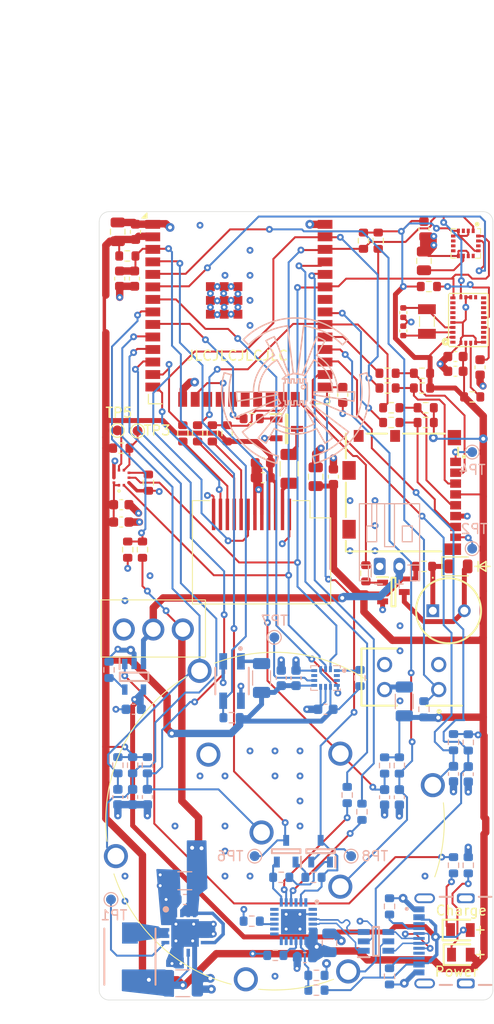
<source format=kicad_pcb>
(kicad_pcb (version 20240108) (generator "pcbnew") (generator_version "8.0")
  (layers (0 "F.Cu" signal) (1 "In1.Cu" power) (2 "In2.Cu" power) (31 "B.Cu" signal) (34 "B.Paste" user) (35 "F.Paste" user) (36 "B.SilkS" user "B.Silkscreen") (37 "F.SilkS" user "F.Silkscreen") (38 "B.Mask" user) (39 "F.Mask" user) (44 "Edge.Cuts" user))
  (net 0 "")
  (net 1 "+3.3V")
  (net 2 "GND")
  (net 3 "EN")
  (net 4 "USB_VBUS")
  (net 5 "After_PowerSwitch_BAT+")
  (net 6 "Button_LEFT-S5")
  (net 7 "Button-UP-S4")
  (net 8 "Button_RIGHT-S3")
  (net 9 "Button_DOWN-S2")
  (net 10 "Button_CENTER-S1")
  (net 11 "Encoder-A")
  (net 12 "Encoder-B")
  (net 13 "Net-(IC8-CAP)")
  (net 14 "Net-(U2-CAP)")
  (net 15 "Net-(U2-XIN32)")
  (net 16 "Net-(U2-XOUT32)")
  (net 17 "Boot")
  (net 18 "Net-(DISP1-GND_(BL))")
  (net 19 "Net-(DISP1-SDA_(MOSI))")
  (net 20 "Net-(DISP1-SCL_(CLK))")
  (net 21 "Diplay-DC")
  (net 22 "Diplay-RES")
  (net 23 "Net-(DISP1-CS)")
  (net 24 "/microcontroller/USB_D--")
  (net 25 "/microcontroller/USB_D++")
  (net 26 "USB_D-")
  (net 27 "USB_D+")
  (net 32 "RTS")
  (net 34 "Net-(IC2-RSTB)")
  (net 35 "DTR")
  (net 37 "Net-(IC2-RXD)")
  (net 40 "Net-(IC2-SUSPENDB)")
  (net 41 "Net-(IC2-VBUS)")
  (net 43 "Net-(IC2-TXD)")
  (net 46 "Net-(IC3-PROG)")
  (net 47 "BAT+")
  (net 48 "Net-(IC3-~{CHRG})")
  (net 49 "Analog-Hand-SENS")
  (net 50 "Net-(IC6-SDO)")
  (net 51 "SCL")
  (net 52 "Net-(IC6-INT)")
  (net 53 "SDA")
  (net 54 "Net-(IC6-CSB)")
  (net 57 "Net-(IC7-INT2_{slash}_FSYNC_{slash}_CLKIN)")
  (net 58 "IMU-INT1")
  (net 60 "Net-(IC7-AP_SDO_{slash}_AP_AD0)")
  (net 66 "MAG-INT")
  (net 72 "Net-(J1-CC2)")
  (net 73 "Net-(J1-CC1)")
  (net 77 "Net-(J3-CLK)")
  (net 78 "Net-(J3-DAT2)")
  (net 79 "Net-(J3-CD{slash}DAT3)")
  (net 80 "Net-(J3-CMD)")
  (net 81 "Net-(J3-DAT0)")
  (net 82 "Net-(J3-DAT1)")
  (net 83 "Net-(LED1-K)")
  (net 84 "Net-(LED2-K)")
  (net 85 "Net-(Q1-B)")
  (net 86 "Net-(Q2-B)")
  (net 87 "Net-(Q3-C)")
  (net 88 "Net-(Q3-B)")
  (net 89 "TX")
  (net 90 "RX")
  (net 91 "Diplay-BL")
  (net 92 "VSPI_CLK")
  (net 93 "VSPI_MOSI")
  (net 94 "VSPI_CS_Display")
  (net 95 "VSPI_CS_SD-Card")
  (net 96 "VSPI_MISO")
  (net 97 "Analog-Bat-SENS")
  (net 98 "Net-(U4-ANODE)")
  (net 99 "Piezo")
  (net 100 "Analog-Bar-SENS")
  (net 101 "Net-(U2-NRESET)")
  (net 102 "Net-(U2-NBOOT_LOAD_PIN)")
  (net 115 "Net-(IC9-ANODE)")
  (net 116 "Net-(IC5-PG)")
  (net 117 "Net-(IC5-SW_1)")
  (net 118 "Net-(Q4-B)")
  (net 119 "Net-(D1-A)")
  (net 120 "Net-(D1-K)")
  (footprint "Resistor_SMD:R_0603_1608Metric" (layer "F.Cu") (at 141.5 67.5 90)
    (property "Reference" "R25" (hide yes))
    (property "Value" "0R")
  )
  (footprint "TestPoint:TestPoint_Pad_D1.0mm" (layer "F.Cu") (at 131.85 67.2 180)
    (property "Reference" "TP5")
    (property "Value" "TestPoint")
  )
  (footprint "SamacSys_Parts:LEDC2012X90N" (layer "F.Cu") (at 166.75 120.4)
    (property "Reference" "LED2" (hide yes))
    (property "Value" "VCDB1112H-5AY3B-TR" (hide yes))
  )
  (footprint "MountingHole:MountingHole_2.2mm_M2" (layer "F.Cu") (at 156.7 53.3)
    (property "Reference" "H2" (hide yes))
    (property "Value" "MountingHole")
  )
  (footprint "Resistor_SMD:R_0603_1608Metric" (layer "F.Cu") (at 132.8625 49.5)
    (property "Reference" "R3" (hide yes))
    (property "Value" "10k")
  )
  (footprint "Resistor_SMD:R_0603_1608Metric" (layer "F.Cu") (at 159.675 66.4 180)
    (property "Reference" "R28" (hide yes))
    (property "Value" "0R")
  )
  (footprint "Resistor_SMD:R_0603_1608Metric" (layer "F.Cu") (at 162.8 61.4)
    (property "Reference" "R31" (hide yes))
    (property "Value" "10k")
  )
  (footprint "Capacitor_SMD:C_0603_1608Metric" (layer "F.Cu") (at 166.2 61.2 180)
    (property "Reference" "C29" (hide yes))
    (property "Value" "100n")
  )
  (footprint "Capacitor_SMD:C_0603_1608Metric" (layer "F.Cu") (at 153.8 71.9 90)
    (property "Reference" "C21" (hide yes))
    (property "Value" "100n")
  )
  (footprint "Resistor_SMD:R_0603_1608Metric" (layer "F.Cu") (at 157.1 81.7 -90)
    (property "Reference" "R50" (hide yes))
    (property "Value" "10k")
  )
  (footprint "Resistor_SMD:R_0603_1608Metric" (layer "F.Cu") (at 167.9 63.8 180)
    (property "Reference" "R48" (hide yes))
    (property "Value" "10k")
  )
  (footprint "Resistor_SMD:R_0603_1608Metric" (layer "F.Cu") (at 156.85 47.95 90)
    (property "Reference" "R36" (hide yes))
    (property "Value" "4k7")
  )
  (footprint "SamacSys_Parts:TCRT5000L" (layer "F.Cu") (at 161.75 92.23 180)
    (property "Reference" "IC9" (hide yes))
    (property "Value" "TCRT5000L" (hide yes))
  )
  (footprint "Capacitor_SMD:C_0402_1005Metric" (layer "F.Cu") (at 160.9 57.1 90)
    (property "Reference" "C32" (hide yes))
    (property "Value" "22p")
  )
  (footprint "Capacitor_SMD:C_0402_1005Metric" (layer "F.Cu") (at 160.9 55.25 -90)
    (property "Reference" "C33" (hide yes))
    (property "Value" "22p")
  )
  (footprint "Capacitor_SMD:C_0603_1608Metric" (layer "F.Cu") (at 132.0875 51.8 -90)
    (property "Reference" "C34" (hide yes))
    (property "Value" "100n")
  )
  (footprint "SamacSys_Parts:CM7V32768TBQA020" (layer "F.Cu") (at 163.3 56.15 90)
    (property "Reference" "Y1" (hide yes))
    (property "Value" "CM7VT1A-LowESR-32.768kHz-12.5pF-20-TA-QC" (hide yes))
  )
  (footprint "SamacSys_Parts:LEDC2012X70N" (layer "F.Cu") (at 166.7 117.9)
    (property "Reference" "LED1" (hide yes))
    (property "Value" "597-3305-607F" (hide yes))
  )
  (footprint "Resistor_SMD:R_0603_1608Metric" (layer "F.Cu") (at 163 81 180)
    (property "Reference" "R39" (hide yes))
    (property "Value" "68")
  )
  (footprint "Resistor_SMD:R_0603_1608Metric" (layer "F.Cu") (at 158.35 47.95 90)
    (property "Reference" "R37" (hide yes))
    (property "Value" "4k7")
  )
  (footprint "SamacSys_Parts:BMP390" (layer "F.Cu") (at 132.262 72 180)
    (property "Reference" "IC6" (hide yes))
    (property "Value" "BMP390" (hide yes))
  )
  (footprint "Capacitor_SMD:C_0603_1608Metric" (layer "F.Cu") (at 163 46.775 -90)
    (property "Reference" "C28" (hide yes))
    (property "Value" "1u")
  )
  (footprint "Display_ST7789V2:Display_ST7789V2" (layer "F.Cu") (at 145.475 75.725 180)
    (property "Reference" "DISP1" (hide yes))
    (property "Value" "~")
  )
  (footprint "RF_Module:ESP32-WROOM-32E" (layer "F.Cu") (at 144.2 51.55)
    (property "Reference" "U1" (hide yes))
    (property "Value" "ESP32-WROOM-32E")
  )
  (footprint "PowerSwitchCustom:PowerSwitchCustom" (layer "F.Cu") (at 135.5 92.4 180)
    (property "Reference" "SW1" (hide yes))
    (property "Value" "PowerSwitchCustom")
  )
  (footprint "MountingHole:MountingHole_2.2mm_M2" (layer "F.Cu") (at 132 55.8)
    (property "Reference" "H4" (hide yes))
    (property "Value" "MountingHole")
  )
  (footprint "Resistor_SMD:R_0603_1608Metric" (layer "F.Cu") (at 159.3 62.9)
    (property "Reference" "R27" (hide yes))
    (property "Value" "0R")
  )
  (footprint "Capacitor_SMD:C_0805_2012Metric" (layer "F.Cu") (at 131.8875 47.05 90)
    (property "Reference" "C2" (hide yes))
    (property "Value" "22u")
  )
  (footprint "Resistor_SMD:R_1206_3216Metric" (layer "F.Cu") (at 149.3 71.1 90)
    (property "Reference" "R14" (hide yes))
    (property "Value" "6R8")
  )
  (footprint "MountingHole:MountingHole_2.2mm_M2" (layer "F.Cu") (at 167.6 107.3)
    (property "Reference" "H3" (hide yes))
    (property "Value" "MountingHole")
  )
  (footprint "Resistor_SMD:R_0603_1608Metric" (layer "F.Cu") (at 159.3 61.4)
    (property "Reference" "R26" (hide yes))
    (property "Value" "0R")
  )
  (footprint "Capacitor_SMD:C_0603_1608Metric" (layer "F.Cu") (at 168.7 60.8 -90)
    (property "Reference" "C30" (hide yes))
    (property "Value" "1u")
  )
  (footprint "Capacitor_SMD:C_0805_2012Metric" (layer "F.Cu") (at 152 71.9 90)
    (property "Reference" "C20" (hide yes))
    (property "Value" "10u")
  )
  (footprint "Capacitor_SMD:C_0603_1608Metric" (layer "F.Cu") (at 132.25 74.737)
    (property "Reference" "C22" (hide yes))
    (property "Value" "100n")
  )
  (footprint "Capacitor_SMD:C_0805_2012Metric" (layer "F.Cu") (at 163 50 90)
    (property "Reference" "C27" (hide yes))
    (property "Value" "10u")
  )
  (footprint "Capacitor_SMD:C_0603_1608Metric" (layer "F.Cu") (at 133.5875 51.8 -90)
    (property "Reference" "C3" (hide yes))
    (property "Value" "100n")
  )
  (footprint "Resistor_SMD:R_0603_1608Metric" (layer "F.Cu") (at 145.5 66)
    (property "Reference" "R15" (hide yes))
    (property "Value" "2k2")
  )
  (footprint "Resistor_SMD:R_0603_1608Metric" (layer "F.Cu") (at 134.4 79.3 -90)
    (property "Reference" "R34" (hide yes))
    (property "Value" "22k1 1%")
  )
  (footprint "Capacitor_SMD:C_0603_1608Metric" (layer "F.Cu") (at 166.2 59.7 180)
    (property "Reference" "C31" (hide yes))
    (property "Value" "100n")
  )
  (footprint "Resistor_SMD:R_0603_1608Metric" (layer "F.Cu") (at 159.675 64.9 180)
    (property "Reference" "R29" (hide yes))
    (property "Value" "0R")
  )
  (footprint "Capacitor_SMD:C_0603_1608Metric" (layer "F.Cu") (at 146.625 70.49 180)
    (property "Reference" "C12" (hide yes))
    (property "Value" "4.7u")
  )
  (footprint "TestPoint:TestPoint_Pad_D1.0mm" (layer "F.Cu") (at 133.9 67.25 180)
    (property "Reference" "TP3")
    (property "Value" "TestPoint")
  )
  (footprint "Capacitor_SMD:C_0603_1608Metric" (layer "F.Cu") (at 133.6875 47.05 90)
    (property "Reference" "C1" (hide yes))
    (property "Value" "100n")
  )
  (footprint "Resistor_SMD:R_0603_1608Metric" (layer "F.Cu") (at 132.9 79.3 90)
    (property "Reference" "R35" (hide yes))
    (property "Value" "33k")
  )
  (footprint "Diode_SMD:D_0805_2012Metric" (layer "F.Cu") (at 166.5 81)
    (property "Reference" "D1" (hide yes))
    (property "Value" "D")
  )
  (footprint "Resistor_SMD:R_0603_1608Metric" (layer "F.Cu") (at 143 67.5 -90)
    (property "Reference" "R49" (hide yes))
    (property "Value" "10k")
  )
  (footprint "Capacitor_SMD:C_0603_1608Metric" (layer "F.Cu") (at 154.75 63.6 -90)
    (property "Reference" "C35" (hide yes))
    (property "Value" "100n")
  )
  (footprint "Capacitor_SMD:C_0603_1608Metric" (layer "F.Cu") (at 132.25 76.5)
    (property "Reference" "C23" (hide yes))
    (property "Value" "100n")
  )
  (footprint "Resistor_SMD:R_0603_1608Metric" (layer "F.Cu") (at 138.5 67.5 90)
    (property "Reference" "R18" (hide yes))
    (property "Value" "0R")
  )
  (footprint "MountingHole:MountingHole_2.2mm_M2" (layer "F.Cu") (at 151.9 87.4)
    (property "Reference" "H1" (hide yes))
    (property "Value" "MountingHole")
  )
  (footprint "SamacSys_Parts:CMT6635C030" (layer "F.Cu") (at 163.9 85.5 90)
    (property "Reference" "U3" (hide yes))
    (property "Value" "CMT-6635C-030" (hide yes))
  )
  (footprint "Resistor_SMD:R_0603_1608Metric" (layer "F.Cu") (at 132.25 69 180)
    (property "Reference" "R42" (hide yes))
    (property "Value" "10k")
  )
  (footprint "SamacSys_Parts:SOT96P237X111-3N" (layer "F.Cu") (at 149.05 67.045)
    (property "Reference" "Q3" (hide yes))
    (property "Value" "BCW72LT1G" (hide yes))
  )
  (footprint "Resistor_SMD:R_0603_1608Metric" (layer "F.Cu") (at 162.8 62.9 180)
    (property "Reference" "R30" (hide yes))
    (property "Value" "10k")
  )
  (footprint "Resistor_SMD:R_0603_1608Metric" (layer "F.Cu") (at 163.175 64.9)
    (property "Reference" "R33" (hide yes))
    (property "Value" "10k")
  )
  (footprint "Resistor_SMD:R_0603_1608Metric" (layer "F.Cu") (at 163.175 66.4)
    (property "Reference" "R32" (hide yes))
    (property "Value" "10k")
  )
  (footprint "Capacitor_SMD:C_0603_1608Metric" (layer "F.Cu") (at 146.625 72 180)
    (property "Reference" "C11" (hide yes))
    (property "Value" "100n")
  )
  (footprint "ZippyRotaryEncoder_ANO:ZippyRotaryEncoder_ANO" (layer "F.Cu") (at 144.9 122.9)
    (property "Reference" "ENC1" (hide yes))
    (property "Value" "~")
  )
  (footprint "SamacSys_Parts:MMC5983MA" (layer "F.Cu") (at 167.25 48.225)
    (property "Reference" "IC8" (hide yes))
    (property "Value" "MMC5983MA" (hide yes))
  )
  (footprint "Resistor_SMD:R_0603_1608Metric" (layer "F.Cu") (at 140 67.5 90)
    (property "Reference" "R17" (hide yes))
    (property "Value" "0R")
  )
  (footprint "BNO055:LGA28R50P4X10_380X520X100" (layer "F.Cu") (at 167.5 56 90)
    (property "Reference" "U2" (hide yes))
    (property "Value" "BNO055")
  )
  (footprint "Resistor_SMD:R_0603_1608Metric" (layer "F.Cu") (at 135 72.5 -90)
    (property "Reference" "R46" (hide yes))
    (property "Value" "1k")
  )
  (footprint "Resistor_SMD:R_0603_1608Metric" (layer "F.Cu") (at 163.5 52.6 180)
    (property "Reference" "R44" (hide yes))
    (property "Value" "10k")
  )
  (footprint "SamacSys_Parts:SOT95P240X115-3N" (layer "F.Cu") (at 159.9 83.6)
    (property "Reference" "Q4" (hide yes))
    (property "Value" "SS8050-G" (hide yes))
  )
  (footprint "SamacSys_Parts:1040310811" (layer "F.Cu") (at 166.46582 73.5 90)
    (property "Reference" "J3" (hide yes))
    (property "Value" "104031-0811" (hide yes))
  )
  (footprint "Capacitor_SMD:C_0603_1608Metric" (layer "B.Cu") (at 133.5 95.5 180)
    (property "Reference" "C6" (hide yes))
    (property "Value" "1u")
  )
  (footprint "Resistor_SMD:R_0603_1608Metric" (layer "B.Cu") (at 143.45 96.35 180)
    (property "Reference" "R40" (hide yes))
    (property "Value" "100k")
  )
  (footprint "TestPoint:TestPoint_Pad_D1.0mm" (layer "B.Cu") (at 155.6 110.4 90)
    (property "Reference" "TP8")
    (property "Value" "TestPoint")
  )
  (footprint "Resistor_SMD:R_0603_1608Metric" (layer "B.Cu") (at 152.075 122.5 180)
    (property "Reference" "R8" (hide yes))
    (property "Value" "47k5 1%")
  )
  (footprint "Resistor_SMD:R_0603_1608Metric" (layer "B.Cu") (at 155.2 104.2 -90)
    (property "Reference" "R4" (hide yes))
    (property "Value" "0R")
  )
  (footprint "Resistor_SMD:R_0603_1608Metric" (layer "B.Cu") (at 134.9 101.175 -90)
    (property "Reference" "R22" (hide yes))
    (property "Value" "47k5 1%")
  )
  (footprint "Capacitor_SMD:C_0603_1608Metric" (layer "B.Cu") (at 166 102.0625 90)
    (property "Reference" "C15" (hide yes))
    (property "Value" "33n")
  )
  (footprint "Resistor_SMD:R_0603_1608Metric" (layer "B.Cu") (at 145.5 117 180)
    (property "Reference" "R45" (hide yes))
    (property "Value" "10k")
  )
  (footprint "Resistor_SMD:R_0603_1608Metric" (layer "B.Cu") (at 131.9 101.175 -90)
    (property "Reference" "R19" (hide yes))
    (property "Value" "47k5 1%")
  )
  (footprint "SamacSys_Parts:SOT95P280X100-5N" (layer "B.Cu") (at 133.55 92.2 -90)
    (property "Reference" "IC3" (hide yes))
    (property "Value" "LTC4054XES5-4.2#TRMPBF" (hide yes))
  )
  (footprint "Connector_JST:JST_PH_S2B-PH-K_1x02_P2.00mm_Horizontal" (layer "B.Cu") (at 158.5 81)
    (property "Reference" "J4" (hide yes))
    (property "Value" "Conn_01x02_Pin")
  )
  (footprint "TestPoint:TestPoint_Pad_D1.0mm" (layer "B.Cu") (at 167.9 79.2 -90)
    (property "Reference" "TP2")
    (property "Value" "TestPoint")
  )
  (footprint "Capacitor_SMD:C_0603_1608Metric" (layer "B.Cu") (at 160.5 104.425 90)
    (property "Reference" "C18" (hide yes))
    (property "Value" "33n")
  )
  (footprint "Resistor_SMD:R_0603_1608Metric" (layer "B.Cu") (at 152.075 124)
    (property "Reference" "R6" (hide yes))
    (property "Value" "22k1 1%")
  )
  (footprint "Resistor_SMD:R_0603_1608Metric" (layer "B.Cu") (at 166 98.8375 -90)
    (property "Reference" "R20" (hide yes))
    (property "Value" "47k5 1%")
  )
  (footprint "Resistor_SMD:R_0603_1608Metric" (layer "B.Cu") (at 167.5 98.8625 -90)
    (property "Reference" "R21" (hide yes))
    (property "Value" "47k5 1%")
  )
  (footprint "SamacSys_Parts:SOT95P240X115-3N" (layer "B.Cu") (at 152.5 109.9 90)
    (property "Reference" "Q2" (hide yes))
    (property "Value" "SS8050-G" (hide yes))
  )
  (footprint "TestPoint:TestPoint_Pad_D1.0mm" (layer "B.Cu") (at 147.8 88.2 180)
    (property "Reference" "TP7")
    (property "Value" "TestPoint")
  )
  (footprint "Capacitor_SMD:C_1206_3216Metric" (layer "B.Cu") (at 138.7 112.9 180)
    (property "Reference" "C38" (hide yes))
    (property "Value" "10u 1206")
  )
  (footprint "Resistor_SMD:R_0603_1608Metric" (layer "B.Cu") (at 131 91.5 -90)
    (property "Reference" "R12" (hide yes))
    (property "Value" "2k2")
  )
  (footprint "SamacSys_Parts:INDPM5752X300N" (layer "B.Cu") (at 133.125 120.6 -90)
    (property "Reference" "L1" (hide yes))
    (property "Value" "AMPLA5030S-6R8MT" (hide yes))
  )
  (footprint "Resistor_SMD:R_0603_1608Metric" (layer "B.Cu") (at 156.7 105.9 -90)
    (property "Reference" "R5" (hide yes))
    (property "Value" "0R")
  )
  (footprint "Capacitor_SMD:C_0603_1608Metric" (layer "B.Cu") (at 138.7 114.8 180)
    (property "Reference" "C36" (hide yes))
    (property "Value" "1u")
  )
  (footprint "Capacitor_SMD:C_0603_1608Metric" (layer "B.Cu") (at 148.5 92.325 90)
    (property "Reference" "C26" (hide yes))
    (property "Value" "2.2u")
  )
  (footprint "SamacSys_Parts:QFN50P400X400X80-25N-D" (layer "B.Cu") (at 149.75 117.05 180)
    (property "Reference" "IC2" (hide yes))
    (property "Value" "CP2102N-A02-GQFN24R" (hide yes))
  )
  (footprint "Resistor_SMD:R_0603_1608Metric" (layer "B.Cu") (at 159 101.2 -90)
    (property "Reference" "R24" (hide yes))
    (property "Value" "47k5 1%")
  )
  (footprint "Capacitor_SMD:C_1210_3225Metric" (layer "B.Cu") (at 138.5 123.3)
    (property "Reference" "C37" (hide yes))
    (property "Value" "22u 1210")
  )
  (footprint "Capacitor_SMD:C_0805_2012Metric" (layer "B.Cu") (at 153.4 119.2 90)
    (property "Reference" "C4" (hide yes))
    (property "Value" "10u")
  )
  (footprint "Capacitor_SMD:C_0603_1608Metric" (layer "B.Cu") (at 133.4 104.4 90)
    (property "Reference" "C13" (hide yes))
    (property "Value" "33n")
  )
  (footprint "Capacitor_SMD:C_0603_1608Metric" (layer "B.Cu") (at 150 92.325 90)
    (property "Reference" "C25" (hide yes))
    (property "Value" "100n")
  )
  (footprint "Capacitor_SMD:C_0603_1608Metric" (layer "B.Cu") (at 131.9 104.4 90)
    (property "Reference" "C14" (hide yes))
    (property "Value" "33n")
  )
  (footprint "USB4105-GF-A:GCT_USB4105-GF-A" (layer "B.Cu") (at 167.25 119 -90)
    (property "Reference" "J1" (hide yes))
    (property "Value" "USB4105-GF-A")
  )
  (footprint "Capacitor_SMD:C_0603_1608Metric" (layer "B.Cu") (at 167.5 102.0875 90)
    (property "Reference" "C16" (hide yes))
    (property "Value" "33n")
  )
  (footprint "Capacitor_SMD:C_0603_1608Metric" (layer "B.Cu") (at 153 95.5 180)
    (property "Reference" "C24" (hide yes))
    (property "Value" "10n")
  )
  (footprint "Resistor_SMD:R_1206_3216Metric" (layer "B.Cu") (at 161 94.7 90)
    (property "Reference" "R41" (hide yes))
    (property "Value" "150")
  )
  (footprint "Capacitor_SMD:C_0603_1608Metric" (layer "B.Cu") (at 159 104.425 90)
    (property "Reference" "C19" (hide yes))
    (property "Value" "33n")
  )
  (footprint "Resistor_SMD:R_0603_1608Metric" (layer "B.Cu") (at 147.9 120.47)
    (property "Reference" "R7" (hide yes))
    (property "Value" "1k")
  )
  (footprint "SamacSys_Parts:SOT95P280X145-6N" (layer "B.Cu") (at 158.13 119.05)
    (property "Reference" "IC1" (hide yes))
    (property "Value" "USBLC6-2SC6" (hide yes))
  )
  (footprint "Resistor_SMD:R_0603_1608Metric" (layer "B.Cu") (at 133.4 101.175 -90)
    (property "Reference" "R16" (hide yes))
    (property "Value" "47k5 1%")
  )
  (footprint "SamacSys_Parts:IIM42352" (layer "B.Cu") (at 153 92.325 180)
    (property "Reference" "IC7" (hide yes))
    (property "Value" "ICM-42688-P" (hide yes))
  )
  (footprint "SamacSys_Parts:QRE1113GR" (layer "B.Cu") (at 143.5 92.6335 -90)
    (property "Reference" "U4" (hide yes))
    (property "Value" "QRE1113GR" (hide yes))
  )
  (footprint "Capacitor_SMD:C_0603_1608Metric" (layer "B.Cu") (at 150.9 120.7 180)
    (property "Reference" "C5" (hide yes))
    (property "Value" "100n")
  )
  (footprint "Resistor_SMD:R_0603_1608Metric" (layer "B.Cu") (at 159.5 115.5 -90)
    (property "Reference" "R1" (hide yes))
    (property "Value" "5k1")
  )
  (footprint "Resistor_SMD:R_1206_3216Metric" (layer "B.Cu") (at 146.5 92.325 90)
    (property "Reference" "R38" (hide yes))
    (property "Value" "100")
  )
  (footprint "Resistor_SMD:R_0603_1608Metric" (layer "B.Cu") (at 151.775 112.55 180)
    (property "Reference" "R9" (hide yes))
    (property "Value" "10k")
  )
  (footprint "TestPoint:TestPoint_Pad_D1.0mm" (layer "B.Cu") (at 145.8 110.4 90)
    (property "Reference" "TP6")
    (property "Value" "TestPoint")
  )
  (footprint "TestPoint:TestPoint_Pad_D1.0mm" (layer "B.Cu") (at 167.9 69.4 -90)
    (property "Reference" "TP4")
    (property "Value" "TestPoint")
  )
  (footprint "Capacitor_SMD:C_0603_1608Metric" (layer "B.Cu") (at 134.9 104.4 90)
    (property "Reference" "C17" (hide yes))
    (property "Value" "33n")
  )
  (footprint "TestPoint:TestPoint_Pad_D1.0mm" (layer "B.Cu") (at 131.2 114.8 90)
    (property "Reference" "TP1")
    (property "Value" "TestPoint")
  )
  (footprint "Resistor_SMD:R_0603_1608Metric" (layer "B.Cu") (at 167.5 111.325 -90)
    (property "Reference" "R13" (hide yes))
    (property "Value" "68")
  )
  (footprint "Resistor_SMD:R_0603_1608Metric" (layer "B.Cu") (at 159.5 122.6 -90)
    (property "Reference" "R2" (hide yes))
    (property "Value" "5k1")
  )
  (footprint "Resistor_SMD:R_0603_1608Metric" (layer "B.Cu") (at 166 111.325 90)
    (property "Reference" "R11" (hide yes))
    (property "Value" "330")
  )
  (footprint "SamacSys_Parts:SOT95P240X115-3N" (layer "B.Cu") (at 149 109.9 90)
    (property "Reference" "Q1" (hide yes))
    (property "Value" "SS8050-G" (hide yes))
  )
  (footprint "Resistor_SMD:R_0603_1608Metric" (layer "B.Cu") (at 156.5 92.325 90)
    (property "Reference" "R47" (hide yes))
    (property "Value" "10k")
  )
  (footprint "Resistor_SMD:R_0603_1608Metric" (layer "B.Cu") (at 163 95.5 90)
    (property "Reference" "R43" (hide yes))
    (property "Value" "10k")
  )
  (footprint "Resistor_SMD:R_0603_1608Metric" (layer "B.Cu") (at 148.5 112.55)
    (property "Reference" "R10" (hide yes))
    (property "Value" "10k")
  )
  (footprint "Resistor_SMD:R_0603_1608Metric" (layer "B.Cu") (at 160.5 101.2 -90)
    (property "Reference" "R23" (hide yes))
    (property "Value" "47k5 1%")
  )
  (footprint "SamacSys_Parts:QFN65P400X400X100-17N" (layer "B.Cu") (at 138.725 118.2 -90)
    (property "Reference" "IC5" (hide yes))
    (property "Value" "TPS62111RSAR" (hide yes))
  )
  (gr_line (start 150.1 64.60625) (end 150.4 64.60625) (stroke (width 0.15)) (layer "B.SilkS"))
  (gr_arc (start 145.17703 58.52078) (mid 146.990995 57.22689) (end 149.127382 56.594065) (stroke (width 0.15)) (layer "B.SilkS"))
  (gr_arc (start 148.008857 70.538193) (mid 143.454809 67.04375) (end 142.705558 61.352607) (stroke (width 0.15)) (layer "B.SilkS"))
  (gr_line (start 152.949998 58.097601) (end 152.087499 59.591493) (stroke (width 0.15)) (layer "B.SilkS"))
  (gr_line (start 148.75 62.39375) (end 148.75 64.19375) (stroke (width 0.15)) (layer "B.SilkS"))
  (gr_line (start 151.15 62.39375) (end 151 62.39375) (stroke (width 0.15)) (layer "B.SilkS"))
  (gr_line (start 149.5 62.39375) (end 149.2 62.39375) (stroke (width 0.15)) (layer "B.SilkS"))
  (gr_arc (start 151.675946 64.02637) (mid 151.573797 64.231249) (end 151.447441 64.422152) (stroke (width 0.15)) (layer "B.SilkS"))
  (gr_line (start 148.098085 63.587065) (end 144.023873 64.232356) (stroke (width 0.15)) (layer "B.SilkS"))
  (gr_line (start 149.012501 64.917547) (end 148.075 66.541344) (stroke (width 0.15)) (layer "B.SilkS"))
  (gr_line (start 155.2533 57.99045) (end 154.722969 58.520781) (stroke (width 0.15)) (layer "B.SilkS"))
  (gr_line (start 151.824998 63.29375) (end 153.699997 63.29375) (stroke (width 0.15)) (layer "B.SilkS"))
  (gr_line (start 150.4 61.98125) (end 150.1 61.98125) (stroke (width 0.15)) (layer "B.SilkS"))
  (gr_arc (start 150.772618 56.594064) (mid 152.909005 57.22689) (end 154.722969 58.520781) (stroke (width 0.15)) (layer "B.SilkS"))
  (gr_arc (start 148.45256 64.422152) (mid 148.326202 64.23125) (end 148.224054 64.02637) (stroke (width 0.15)) (layer "B.SilkS"))
  (gr_line (start 150.772618 56.594064) (end 150.178505 61.432727) (stroke (width 0.15)) (layer "B.SilkS"))
  (gr_arc (start 146.95 68.489901) (mid 146.551563 68.238507) (end 146.174078 67.956626) (stroke (width 0.15)) (layer "B.SilkS"))
  (gr_line (start 149.0125 61.669952) (end 149.721495 61.432726) (stroke (width 0.15)) (layer "B.SilkS"))
  (gr_arc (start 148.610968 61.98125) (mid 148.920946 61.726369) (end 149.27806 61.543287) (stroke (width 0.15)) (layer "B.SilkS"))
  (gr_line (start 151.129974 64.750897) (end 153.725921 67.956625) (stroke (width 0.15)) (layer "B.SilkS"))
  (gr_line (start 151 62.39375) (end 151 61.98125) (stroke (width 0.15)) (layer "B.SilkS"))
  (gr_arc (start 146.950002 58.097601) (mid 147.366933 57.878238) (end 147.799793 57.692269) (stroke (width 0.15)) (layer "B.SilkS"))
  (gr_line (start 142.705558 61.352607) (end 143.430003 61.546722) (stroke (width 0.15)) (layer "B.SilkS"))
  (gr_arc (start 152.087499 66.996009) (mid 149.95 67.56875) (end 147.812501 66.996006) (stroke (width 0.15)) (layer "B.SilkS"))
  (gr_line (start 149.721495 61.432726) (end 149.127382 56.594065) (stroke (width 0.15)) (layer "B.SilkS"))
  (gr_line (start 150.4 64.19375) (end 150.7 64.19375) (stroke (width 0.15)) (layer "B.SilkS"))
  (gr_line (start 150.4 62.39375) (end 150.4 61.98125) (stroke (width 0.15)) (layer "B.SilkS"))
  (gr_line (start 149.2 61.98125) (end 148.610968 61.98125) (stroke (width 0.15)) (layer "B.SilkS"))
  (gr_arc (start 143.736594 65.931184) (mid 143.216442 63.764606) (end 143.430003 61.546722) (stroke (width 0.15)) (layer "B.SilkS"))
  (gr_line (start 151.15 64.19375) (end 151.15 62.39375) (stroke (width 0.15)) (layer "B.SilkS"))
  (gr_line (start 149.8 64.19375) (end 150.1 64.19375) (stroke (width 0.15)) (layer "B.SilkS"))
  (gr_line (start 143.950003 63.29375) (end 145.675002 63.29375) (stroke (width 0.15)) (layer "B.SilkS"))
  (gr_circle (center 154.9 91.575) (end 155 91.7) (stroke (width 0.15)) (fill none) (layer "B.SilkS"))
  (gr_line (start 151.891143 70.538193) (end 151.697028 69.813747) (stroke (width 0.15)) (layer "B.SilkS"))
  (gr_line (start 149.5 64.60625) (end 149.8 64.60625) (stroke (width 0.15)) (layer "B.SilkS"))
  (gr_line (start 146.200001 63.29375) (end 148.075004 63.29375) (stroke (width 0.15)) (layer "B.SilkS"))
  (gr_line (start 149.8 62.39375) (end 149.8 61.98125) (stroke (width 0.15)) (layer "B.SilkS"))
  (gr_line (start 149.2 62.39375) (end 149.2 61.98125) (stroke (width 0.15)) (layer "B.SilkS"))
  (gr_arc (start 157.194442 61.352608) (mid 156.445191 67.043751) (end 151.891143 70.538193) (stroke (width 0.15)) (layer "B.SilkS"))
  (gr_arc (start 145.675002 63.29375) (mid 146.247741 61.15625) (end 147.812502 59.591493) (stroke (width 0.15)) (layer "B.SilkS"))
  (gr_line (start 149.8 61.98125) (end 149.5 61.98125) (stroke (width 0.15)) (layer "B.SilkS"))
  (gr_line (start 150.7 61.98125) (end 150.7 62.39375) (stroke (width 0.15)) (layer "B.SilkS"))
  (gr_line (start 151 61.98125) (end 150.7 61.98125) (stroke (width 0.15)) (layer "B.SilkS"))
  (gr_line (start 149.2 64.19375) (end 149.5 64.19375) (stroke (width 0.15)) (layer "B.SilkS"))
  (gr_line (start 149.721495 61.432726) (end 150.62194 61.543287) (stroke (width 0.15)) (layer "B.SilkS"))
  (gr_arc (start 153.725921 67.956625) (mid 153.348437 68.238507) (end 152.950001 68.489903) (stroke (width 0.15)) (layer "B.SilkS"))
  (gr_line (start 150.7 64.60625) (end 151 64.60625) (stroke (width 0.15)) (layer "B.SilkS"))
  (gr_line (start 147.812501 66.996006) (end 146.95 68.489901) (stroke (width 0.15)) (layer "B.SilkS"))
  (gr_arc (start 148.202972 69.813747) (mid 146.175447 68.889754) (end 144.559212 67.356) (stroke (width 0.15)) (layer "B.SilkS"))
  (gr_line (start 148.9 61.98125) (end 148.9 62.39375) (stroke (width 0.15)) (layer "B.SilkS"))
  (gr_line (start 150.7 62.39375) (end 150.4 62.39375) (stroke (width 0.15)) (layer "B.SilkS"))
  (gr_line (start 151.824999 60.046156) (end 150.887499 61.669954) (stroke (width 0.15)) (layer "B.SilkS"))
  (gr_arc (start 152.100207 57.692269) (mid 152.533066 57.87824) (end 152.949998 58.097601) (stroke (width 0.15)) (layer "B.SilkS"))
  (gr_circle (center 150.7375 62.80625) (end 150.925 62.80625) (stroke (width 0.15)) (fill none) (layer "B.SilkS"))
  (gr_line (start 156.469996 61.546721) (end 157.194442 61.352608) (stroke (width 0.15)) (layer "B.SilkS"))
  (gr_line (start 149.8 64.60625) (end 149.8 64.19375) (stroke (width 0.15)) (layer "B.SilkS"))
  (gr_line (start 150.4 64.60625) (end 150.4 64.19375) (stroke (width 0.15)) (layer "B.SilkS"))
  (gr_line (start 151 64.19375) (end 151.15 64.19375) (stroke (width 0.15)) (layer "B.SilkS"))
  (gr_line (start 150.62194 61.543287) (end 152.100207 57.692269) (stroke (width 0.15)) (layer "B.SilkS"))
  (gr_line (start 148.9 64.19375) (end 148.9 64.60625) (stroke (width 0.15)) (layer "B.SilkS"))
  (gr_line (start 150.7 64.19375) (end 150.7 64.60625) (stroke (width 0.15)) (layer "B.SilkS"))
  (gr_arc (start 152.087499 59.591493) (mid 153.652257 61.15625) (end 154.224999 63.29375) (stroke (width 0.15)) (layer "B.SilkS"))
  (gr_line (start 148.45256 64.422152) (end 144.559212 67.356) (stroke (width 0.15)) (layer "B.SilkS"))
  (gr_arc (start 151.824999 60.046156) (mid 153.197594 61.41875) (end 153.699997 63.29375) (stroke (width 0.15)) (layer "B.SilkS"))
  (gr_arc (start 144.646702 57.990452) (mid 149.950001 55.79375) (end 155.2533 57.99045) (stroke (width 0.15)) (layer "B.SilkS"))
  (gr_arc (start 151.824998 63.29375) (mid 151.81922 63.440861) (end 151.801915 63.587065) (stroke (width 0.15)) (layer "B.SilkS"))
  (gr_line (start 145.17703 58.52078) (end 144.646702 57.990452) (stroke (width 0.15)) (layer "B.SilkS"))
  (gr_line (start 148.202972 69.813747) (end 148.008857 70.538193) (stroke (width 0.15)) (layer "B.SilkS"))
  (gr_arc (start 148.098085 63.587065) (mid 148.080781 63.440861) (end 148.075004 63.29375) (stroke (width 0.15)) (layer "B.SilkS"))
  (gr_line (start 152.950001 68.489903) (end 152.087499 66.996009) (stroke (width 0.15)) (layer "B.SilkS"))
  (gr_line (start 151.675946 64.02637) (end 156.163406 65.931184) (stroke (width 0.15)) (layer "B.SilkS"))
  (gr_arc (start 151.129974 64.750897) (mid 151.012012 64.838987) (end 150.887499 64.917547) (stroke (width 0.15)) (layer "B.SilkS"))
  (gr_line (start 149.5 64.19375) (end 149.5 64.60625) (stroke (width 0.15)) (layer "B.SilkS"))
  (gr_arc (start 155.949998 63.29375) (mid 155.931504 63.764505) (end 155.876128 64.232357) (stroke (width 0.15)) (layer "B.SilkS"))
  (gr_line (start 155.876128 64.232357) (end 151.801915 63.587065) (stroke (width 0.15)) (layer "B.SilkS"))
  (gr_arc (start 146.200001 63.29375) (mid 146.702405 61.41875) (end 148.075001 60.046157) (stroke (width 0.15)) (layer "B.SilkS"))
  (gr_line (start 149.0125 61.669952) (end 148.075001 60.046157) (stroke (width 0.15)) (layer "B.SilkS"))
  (gr_line (start 148.9 62.39375) (end 148.75 62.39375) (stroke (width 0.15)) (layer "B.SilkS"))
  (gr_arc (start 155.340788 67.356) (mid 153.724552 68.889754) (end 151.697028 69.813747) (stroke (width 0.15)) (layer "B.SilkS"))
  (gr_line (start 150.1 62.39375) (end 149.8 62.39375) (stroke (width 0.15)) (layer "B.SilkS"))
  (gr_line (start 147.812502 59.591493) (end 146.950002 58.097601) (stroke (width 0.15)) (layer "B.SilkS"))
  (gr_line (start 149.2 64.60625) (end 149.2 64.19375) (stroke (width 0.15)) (layer "B.SilkS"))
  (gr_line (start 148.9 64.60625) (end 149.2 64.60625) (stroke (width 0.15)) (layer "B.SilkS"))
  (gr_arc (start 151.824999 66.541343) (mid 149.95 67.04375) (end 148.075 66.541344) (stroke (width 0.15)) (layer "B.SilkS"))
  (gr_line (start 151 64.60625) (end 151 64.19375) (stroke (width 0.15)) (layer "B.SilkS"))
  (gr_line (start 143.736594 65.931184) (end 148.224054 64.02637) (stroke (width 0.15)) (layer "B.SilkS"))
  (gr_arc (start 156.469996 61.546721) (mid 156.683557 63.764605) (end 156.163406 65.931184) (stroke (width 0.15)) (layer "B.SilkS"))
  (gr_line (start 151.824999 66.541343) (end 150.887499 64.917547) (stroke (width 0.15)) (layer "B.SilkS"))
  (gr_line (start 155.340788 67.356) (end 151.447441 64.422152) (stroke (width 0.15)) (layer "B.SilkS"))
  (gr_circle (center 144.352 89.3485) (end 144.5 89.4) (stroke (width 0.15)) (fill none) (layer "B.SilkS"))
  (gr_line (start 147.799793 57.692269) (end 149.27806 61.543287) (stroke (width 0.15)) (layer "B.SilkS"))
  (gr_arc (start 149.721495 61.432726) (mid 149.95 61.41875) (end 150.178505 61.432727) (stroke (width 0.15)) (layer "B.SilkS"))
  (gr_arc (start 149.012501 64.917547) (mid 148.887988 64.838987) (end 148.770025 64.750898) (stroke (width 0.15)) (layer "B.SilkS"))
  (gr_line (start 150.1 64.19375) (end 150.1 64.60625) (stroke (width 0.15)) (layer "B.SilkS"))
  (gr_line (start 149.5 61.98125) (end 149.5 62.39375) (stroke (width 0.15)) (layer "B.SilkS"))
  (gr_line (start 154.224999 63.29375) (end 155.949998 63.29375) (stroke (width 0.15)) (layer "B.SilkS"))
  (gr_line (start 150.1 61.98125) (end 150.1 62.39375) (stroke (width 0.15)) (layer "B.SilkS"))
  (gr_line (start 146.174078 67.956626) (end 148.770025 64.750898) (stroke (width 0.15)) (layer "B.SilkS"))
  (gr_line (start 148.75 64.19375) (end 148.9 64.19375) (stroke (width 0.15)) (layer "B.SilkS"))
  (gr_arc (start 150.62194 61.543287) (mid 150.757209 61.601402) (end 150.887499 61.669954) (stroke (width 0.15)) (layer "B.SilkS"))
  (gr_arc (start 144.023873 64.232356) (mid 143.968496 63.764504) (end 143.950003 63.29375) (stroke (width 0.15)) (layer "B.SilkS"))
  (gr_line (start 168.5 80.5) (end 168.5 81.5) (stroke (width 0.15)) (layer "F.SilkS"))
  (gr_line (start 169.7 81) (end 168.2 81) (stroke (width 0.15)) (layer "F.SilkS"))
  (gr_circle (center 168.4 46.275) (end 168.5 46.4) (stroke (width 0.15)) (fill none) (layer "F.SilkS"))
  (gr_line (start 169.3 81.5) (end 169.3 80.5) (stroke (width 0.15)) (layer "F.SilkS"))
  (gr_line (start 169.3 80.5) (end 168.5 81) (stroke (width 0.15)) (layer "F.SilkS"))
  (gr_line (start 168.5 81) (end 169.3 81.5) (stroke (width 0.15)) (layer "F.SilkS"))
  (gr_circle (center 132.012 73.35) (end 132.1 73.4) (stroke (width 0.15)) (fill none) (layer "F.SilkS"))
  (gr_line (start 169 125) (end 131 125) (stroke (width 0.05)) (layer "Edge.Cuts"))
  (gr_arc (start 131 125) (mid 130.292893 124.707107) (end 130 124) (stroke (width 0.05)) (layer "Edge.Cuts"))
  (gr_line (start 170 46) (end 170 124) (stroke (width 0.05)) (layer "Edge.Cuts"))
  (gr_line (start 130 124) (end 130 46) (stroke (width 0.05)) (layer "Edge.Cuts"))
  (gr_line (start 131 45) (end 169 45) (stroke (width 0.05)) (layer "Edge.Cuts"))
  (gr_arc (start 170 124) (mid 169.707107 124.707107) (end 169 125) (stroke (width 0.05)) (layer "Edge.Cuts"))
  (gr_arc (start 169 45) (mid 169.707107 45.292893) (end 170 46) (stroke (width 0.05)) (layer "Edge.Cuts"))
  (gr_arc (start 130.009901 46) (mid 130.299299 45.296385) (end 131 45.000001) (stroke (width 0.05)) (layer "Edge.Cuts"))
  (gr_text "+" (at 161.2 83.3 0) (layer "B.SilkS") (effects (font (size 1 1)) (justify left bottom mirror)))
  (gr_text "-" (at 159.1 83.3 0) (layer "B.SilkS") (effects (font (size 1 1)) (justify left bottom mirror)))
  (gr_text "JLCJLCJLCJLC" (at 138.8 60.2 0) (layer "F.SilkS") (effects (font (size 1 1)) (justify left bottom)))
  (gr_text "+" (at 168 118.4 0) (layer "F.SilkS") (effects (font (size 1 1)) (justify left bottom)))
  (gr_text "Power" (at 164 122.7 0) (layer "F.SilkS") (effects (font (size 1 1)) (justify left bottom)))
  (gr_text "Charge" (at 164.1 116.5 0) (layer "F.SilkS") (effects (font (size 1 1)) (justify left bottom)))
  (gr_text "+" (at 168 120.9 0) (layer "F.SilkS") (effects (font (size 1 1)) (justify left bottom)))
  (segment (start 165.493616 46.693616) (end 165.75 46.95) (width 0.2) (layer "F.Cu") (net 1))
  (segment (start 136.9 97.475) (end 136.9 94.2) (width 0.75) (layer "F.Cu") (net 1))
  (segment (start 159.8 88.5) (end 168.725 88.5) (width 0.75) (layer "F.Cu") (net 1))
  (segment (start 167.5 46.95) (end 167.5 47.325) (width 0.2) (layer "F.Cu") (net 1))
  (segment (start 130.825 90.5) (end 130.675 90.35) (width 0.75) (layer "F.Cu") (net 1))
  (segment (start 165.425 57.75) (end 165.9375 57.75) (width 0.2) (layer "F.Cu") (net 1))
  (segment (start 160.7 47) (end 161.75 45.95) (width 0.2) (layer "F.Cu") (net 1))
  (segment (start 154.025 72.9) (end 153.8 72.675) (width 0.5) (layer "F.Cu") (net 1))
  (segment (start 131.475 76.5) (end 131.475 74.737) (width 0.2) (layer "F.Cu") (net 1))
  (segment (start 133.2 90.5) (end 130.825 90.5) (width 0.75) (layer "F.Cu") (net 1))
  (segment (start 168.725 88.5) (end 169.025 88.2) (width 0.75) (layer "F.Cu") (net 1))
  (segment (start 130.7 66.2) (end 130.675 66.225) (width 0.5) (layer "F.Cu") (net 1))
  (segment (start 134.0125 47.5) (end 133.6875 47.825) (width 0.75) (layer "F.Cu") (net 1))
  (segment (start 164 66.4) (end 164 67.9) (width 0.2) (layer "F.Cu") (net 1))
  (segment (start 147.4 72) (end 147.4 70.49) (width 0.5) (layer "F.Cu") (net 1))
  (segment (start 131.1 48) (end 130.675 48.425) (width 0.75) (layer "F.Cu") (net 1))
  (segment (start 153.625 72.85) (end 153.8 72.675) (width 0.5) (layer "F.Cu") (net 1))
  (segment (start 153.8 81.221141) (end 153.8 72.675) (width 0.75) (layer "F.Cu") (net 1))
  (segment (start 169.1 108.168808) (end 169.1 120.6) (width 0.75) (layer "F.Cu") (net 1))
  (segment (start 130.525 57.15) (end 130.525 53.625) (width 0.35) (layer "F.Cu") (net 1))
  (segment (start 157.1 83.796141) (end 159.253859 83.796141) (width 0.5) (layer "F.Cu") (net 1))
  (segment (start 132.0375 48.15) (end 131.8875 48) (width 0.2) (layer "F.Cu") (net 1))
  (segment (start 167.5 47.325) (end 167.3625 47.4625) (width 0.2) (layer "F.Cu") (net 1))
  (segment (start 136.9 94.2) (end 133.2 90.5) (width 0.75) (layer "F.Cu") (net 1))
  (segment (start 130.525 53.625) (end 130.675 53.475) (width 0.35) (layer "F.Cu") (net 1))
  (segment (start 166.5 47.375) (end 166.5 46.95) (width 0.2) (layer "F.Cu") (net 1))
  (segment (start 157.23 120.93) (end 163.967645 120.93) (width 0.75) (layer "F.Cu") (net 1))
  (segment (start 131.425 69) (end 130.675 69) (width 0.2) (layer "F.Cu") (net 1))
  (segment (start 130.675 90.35) (end 130.675 99.3) (width 0.75) (layer "F.Cu") (net 1))
  (segment (start 159.253859 83.796141) (end 160.775 82.275) (width 0.5) (layer "F.Cu") (net 1))
  (segment (start 164 67.9) (end 163.95 67.95) (width 0.2) (layer "F.Cu") (net 1))
  (segment (start 167.25 58.3125) (end 167.25 59.425) (width 0.2) (layer "F.Cu") (net 1))
  (segment (start 167.3625 47.4625) (end 166.5875 47.4625) (width 0.2) (layer "F.Cu") (net 1))
  (segment (start 169.1 120.6) (end 168.5 121.2) (width 0.75) (layer "F.Cu") (net 1))
  (segment (start 147.4 69.733274) (end 147.4 70.49) (width 0.5) (layer "F.Cu") (net 1))
  (segment (start 138.7 123.5) (end 141.9 120.3) (width 0.75) (layer "F.Cu") (net 1))
  (segment (start 164.837645 121.8) (end 167.9 121.8) (width 0.75) (layer "F.Cu") (net 1))
  (segment (start 134.4 122.3) (end 134.4 110.3) (width 0.75) (layer "F.Cu") (net 1))
  (segment (start 145.6 120.3) (end 151.4 120.3) (width 0.75) (layer "F.Cu") (net 1))
  (segment (start 167.075 63.8) (end 167 63.8) (width 0.2) (layer "F.Cu") (net 1))
  (segment (start 167.9 121.8) (end 168.5 121.2) (width 0.75) (layer "F.Cu") (net 1))
  (segment (start 147.225 72.175) (end 147.4 72) (width 0.35) (layer "F.Cu") (net 1))
  (segment (start 169.1 106.431192) (end 169.275 106.606192) (width 0.75) (layer "F.Cu") (net 1))
  (segment (start 156.9 85.6) (end 159.8 88.5) (width 0.75) (layer "F.Cu") (net 1))
  (segment (start 136.492894 66.2) (end 130.7 66.2) (width 0.5) (layer "F.Cu") (net 1))
  (segment (start 160.7 47) (end 158.475 47) (width 0.2) (layer "F.Cu") (net 1))
  (segment (start 169.275 106.606192) (end 169.275 107.993808) (width 0.75) (layer "F.Cu") (net 1))
  (segment (start 156.325 120.025) (end 157.23 120.93) (width 0.75) (layer "F.Cu") (net 1))
  (segment (start 165.75 46.95) (end 166.5 46.95) (width 0.2) (layer "F.Cu") (net 1))
  (segment (start 145.991726 68.325) (end 147.4 69.733274) (width 0.5) (layer "F.Cu") (net 1))
  (segment (start 147.225 75.725) (end 147.225 72.175) (width 0.35) (layer "F.Cu") (net 1))
  (segment (start 130.675 57.3) (end 130.675 67.9) (width 0.75) (layer "F.Cu") (net 1))
  (segment (start 138.5 123.5) (end 138.7 123.5) (width 0.75) (layer "F.Cu") (net 1))
  (segment (start 147.925 72.525) (end 147.4 72) (width 0.35) (layer "F.Cu") (net 1))
  (segment (start 163.967645 120.93) (end 164.837645 121.8) (width 0.75) (layer "F.Cu") (net 1))
  (segment (start 163.625 59.55) (end 165.425 57.75) (width 0.2) (layer "F.Cu") (net 1))
  (segment (start 130.675 66.225) (end 130.675 67.9) (width 0.5) (layer "F.Cu") (net 1))
  (segment (start 160.1 53.4) (end 160.9 52.6) (width 0.5) (layer "F.Cu") (net 1))
  (segment (start 166.21582 73.695) (end 168.82 73.695) (width 0.2) (layer "F.Cu") (net 1))
  (segment (start 152.1 119.6) (end 152.525 120.025) (width 0.75) (layer "F.Cu") (net 1))
  (segment (start 157.1 83.796141) (end 156.375 83.796141) (width 0.75) (layer "F.Cu") (net 1))
  (segment (start 163.625 62.9) (end 163.625 61.4) (width 0.5) (layer "F.Cu") (net 1))
  (segment (start 131.5 74.712) (end 131.475 74.737) (width 0.2) (layer "F.Cu") (net 1))
  (segment (start 168.82 73.695) (end 169.025 73.9) (width 0.2) (layer "F.Cu") (net 1))
  (segment (start 166.175 62.9) (end 163.625 62.9) (width 0.5) (layer "F.Cu") (net 1))
  (segment (start 130.694238 99.319238) (end 130.675 99.3) (width 0.2) (layer "F.Cu") (net 1))
  (segment (start 134.4 110.3) (end 130.675 106.575) (width 0.75) (layer "F.Cu") (net 1))
  (segment (start 132.0375 49.5) (end 132.0375 48.15) (width 0.2) (layer "F.Cu") (net 1))
  (segment (start 137.767894 67.475) (end 136.492894 66.2) (width 0.5) (layer "F.Cu") (net 1))
  (segment (start 167.075 63.8) (end 166.175 62.9) (width 0.5) (layer "F.Cu") (net 1))
  (segment (start 167.075 61.3) (end 166.975 61.2) (width 0.2) (layer "F.Cu") (net 1))
  (segment (start 151.4 120.3) (end 152.1 119.6) (width 0.75) (layer "F.Cu") (net 1))
  (segment (start 132.012 72.763) (end 131.537 72.763) (width 0.2) (layer "F.Cu") (net 1))
  (segment (start 167.25 59.425) (end 166.975 59.7) (width 0.2) (layer "F.Cu") (net 1))
  (segment (start 158.475 47) (end 158.35 47.125) (width 0.2) (layer "F.Cu") (net 1))
  (segment (start 169.025 73.9) (end 169.025 68.05) (width 0.75) (layer "F.Cu") (net 1))
  (segment (start 135.5 47.5) (end 134.0125 47.5) (width 0.75) (layer "F.Cu") (net 1))
  (segment (start 162.175 82.275) (end 162.175 81) (width 0.5) (layer "F.Cu") (net 1))
  (segment (start 161.75 45.95) (end 163 45.95) (width 0.2) (layer "F.Cu") (net 1))
  (segment (start 137.95 122.95) (end 138.5 123.5) (width 0.75) (layer "F.Cu") (net 1))
  (segment (start 163.625 59.8) (end 162.042444 59.8) (width 0.5) (layer "F.Cu") (net 1))
  (segment (start 166.5875 47.4625) (end 166.5 47.375) (width 0.2) (layer "F.Cu") (net 1))
  (segment (start 169.025 98.1) (end 169.025 96.3) (width 0.75) (layer "F.Cu") (net 1))
  (segment (start 143 68.325) (end 142.15 67.475) (width 0.5) (layer "F.Cu") (net 1))
  (segment (start 130.675 48.425) (end 130.675 53.475) (width 0.75) (layer "F.Cu") (net 1))
  (segment (start 131.5 72.5) (end 131.5 72.8) (width 0.2) (layer "F.Cu") (net 1))
  (segment (start 169.025 65.75) (end 167.075 63.8) (width 0.75) (layer "F.Cu") (net 1))
  (segment (start 143 68.325) (end 145.991726 68.325) (width 0.5) (layer "F.Cu") (net 1))
  (segment (start 168.5 98.1) (end 169.025 98.1) (width 0.2) (layer "F.Cu") (net 1))
  (segment (start 164 66.4) (end 164 64.9) (width 0.2) (layer "F.Cu") (net 1))
  (segment (start 157.1 83.796141) (end 156.9 83.996141) (width 0.75) (layer "F.Cu") (net 1))
  (segment (start 152 72.85) (end 153.625 72.85) (width 0.5) (layer "F.Cu") (net 1))
  (segment (start 131.8875 48) (end 131.1 48) (width 0.75) (layer "F.Cu") (net 1))
  (segment (start 167.075 63.8) (end 167.075 61.3) (width 0.2) (layer "F.Cu") (net 1))
  (segment (start 135.05 122.95) (end 137.95 122.95) (width 0.75) (layer "F.Cu") (net 1))
  (segment (start 169.025 83.5) (end 169.025 73.9) (width 0.75) (layer "F.Cu") (net 1))
  (segment (start 168.5 121.2) (end 167.7 120.4) (width 0.75) (layer "F.Cu") (net 1))
  (segment (start 160.9 52.6) (end 162.675 52.6) (width 0.2) (layer "F.Cu") (net 1))
  (segment (start 156.9 83.996141) (end 156.9 85.6) (width 0.75) (layer "F.Cu") (net 1))
  (segment (start 137.375 97.95) (end 136.9 97.475) (width 0.75) (layer "F.Cu") (net 1))
  (segment (start 166.5 46.95) (end 166.5 47.325) (width 0.2) (layer "F.Cu") (net 1))
  (segment (start 169.1 98.175) (end 169.1 106.431192) (width 0.75) (layer "F.Cu") (net 1))
  (segment (start 164.268794 46.693616) (end 165.493616 46.693616) (width 0.2) (layer "F.Cu") (net 1))
  (segment (start 133.6875 47.825) (end 131.675 47.825) (width 0.75) (layer "F.Cu") (net 1))
  (segment (start 130.675 106.575) (end 130.675 99.3) (width 0.75) (layer "F.Cu") (net 1))
  (segment (start 163.625 59.8) (end 163.625 59.55) (width 0.2) (layer "F.Cu") (net 1))
  (segment (start 130.675 69) (end 130.675 90.35) (width 0.75) (layer "F.Cu") (net 1))
  (segment (start 131.537 72.763) (end 131.5 72.8) (width 0.2) (layer "F.Cu") (net 1))
  (segment (start 135.05 122.95) (end 134.4 122.3) (width 0.75) (layer "F.Cu") (net 1))
  (segment (start 131.5 72.8) (end 131.5 74.712) (width 0.2) (layer "F.Cu") (net 1))
  (segment (start 160.775 82.275) (end 162.175 82.275) (width 0.5) (layer "F.Cu") (net 1))
  (segment (start 164.5 96.3) (end 164.45 96.35) (width 0.75) (layer "F.Cu") (net 1))
  (segment (start 162.042444 59.8) (end 160.1 57.857556) (width 0.5) (layer "F.Cu") (net 1))
  (segment (start 166.5 47.325) (end 168.15 48.975) (width 0.2) (layer "F.Cu") (net 1))
  (segment (start 158.35 47.125) (end 156.85 47.125) (width 0.2) (layer "F.Cu") (net 1))
  (segment (start 169.025 98.1) (end 169.1 98.175) (width 0.75) (layer "F.Cu") (net 1))
  (segment (start 130.675 67.9) (end 130.675 69) (width 0.75) (layer "F.Cu") (net 1))
  (segment (start 169.275 107.993808) (end 169.1 108.168808) (width 0.75) (layer "F.Cu") (net 1))
  (segment (start 169.025 96.3) (end 169.025 83.5) (width 0.75) (layer "F.Cu") (net 1))
  (segment (start 132.600001 99.319238) (end 130.694238 99.319238) (width 0.2) (layer "F.Cu") (net 1))
  (segment (start 152.525 120.025) (end 156.325 120.025) (width 0.75) (layer "F.Cu") (net 1))
  (segment (start 156.375 83.796141) (end 153.8 81.221141) (width 0.75) (layer "F.Cu") (net 1))
  (segment (start 169.025 96.3) (end 164.5 96.3) (width 0.75) (layer "F.Cu") (net 1))
  (segment (start 169.025 68.05) (end 169.025 65.75) (width 0.75) (layer "F.Cu") (net 1))
  (segment (start 160.1 57.857556) (end 160.1 53.4) (width 0.5) (layer "F.Cu") (net 1))
  (segment (start 142.15 67.475) (end 137.767894 67.475) (width 0.5) (layer "F.Cu") (net 1))
  (segment (start 168.15 48.975) (end 168.525 48.975) (width 0.2) (layer "F.Cu") (net 1))
  (segment (start 130.675 57.3) (end 130.525 57.15) (width 0.35) (layer "F.Cu") (net 1))
  (segment (start 166.975 59.7) (end 166.975 61.2) (width 0.2) (layer "F.Cu") (net 1))
  (segment (start 163.625 61.4) (end 163.625 59.8) (width 0.5) (layer "F.Cu") (net 1))
  (segment (start 141.9 120.3) (end 145.6 120.3) (width 0.75) (layer "F.Cu") (net 1))
  (segment (start 147.925 75.725) (end 147.925 72.525) (width 0.35) (layer "F.Cu") (net 1))
  (via (at 164.268794 46.693616) (size 0.7) (drill 0.3) (layers "F.Cu" "B.Cu") (net 1))
  (via (at 160.7 47) (size 0.7) (drill 0.3) (layers "F.Cu" "B.Cu") (net 1))
  (via (at 145.6 120.3) (size 0.7) (drill 0.3) (layers "F.Cu" "B.Cu") (net 1))
  (via (at 168.5 98.1) (size 0.7) (drill 0.3) (layers "F.Cu" "B.Cu") (net 1))
  (via (at 152.1 119.6) (size 0.9) (drill 0.4) (layers "F.Cu" "B.Cu") (net 1))
  (via (at 135.05 122.95) (size 0.9) (drill 0.4) (layers "F.Cu" "B.Cu") (net 1))
  (via (at 160.9 52.6) (size 0.7) (drill 0.3) (layers "F.Cu" "B.Cu") (net 1))
  (via (at 164.45 96.35) (size 0.9) (drill 0.4) (layers "F.Cu" "B.Cu") (net 1))
  (via (at 132.600001 99.319238) (size 0.7) (drill 0.3) (layers "F.Cu" "B.Cu") (net 1))
  (via (at 138.5 123.5) (size 0.9) (drill 0.4) (layers "F.Cu" "B.Cu") (net 1))
  (via (at 137.375 97.95) (size 0.9) (drill 0.4) (layers "F.Cu" "B.Cu") (net 1))
  (via (at 169.025 68.05) (size 0.9) (drill 0.4) (layers "F.Cu" "B.Cu") (net 1))
  (via (at 163.95 67.95) (size 0.9) (drill 0.4) (layers "F.Cu" "B.Cu") (net 1))
  (segment (start 139.05 120.2) (end 139.05 121.95) (width 0.2) (layer "B.Cu") (net 1))
  (segment (start 133.4 100.35) (end 133.4 100.119237) (width 0.2) (layer "B.Cu") (net 1))
  (segment (start 164.05 68.05) (end 169.025 68.05) (width 0.2) (layer "B.Cu") (net 1))
  (segment (start 146.905 120.3) (end 147.075 120.47) (width 0.2) (layer "B.Cu") (net 1))
  (segment (start 133.4 100.35) (end 134.9 100.35) (width 0.2) (layer "B.Cu") (net 1))
  (segment (start 166.025 98.0375) (end 166 98.0125) (width 0.2) (layer "B.Cu") (net 1))
  (segment (start 152.5 91.425) (end 152.5 91.775) (width 0.2) (layer "B.Cu") (net 1))
  (segment (start 152.575 96.7) (end 153.775 95.5) (width 0.5) (layer "B.Cu") (net 1))
  (segment (start 167.475 98.0125) (end 167.5 98.0375) (width 0.2) (layer "B.Cu") (net 1))
  (segment (start 155.232169 94.607169) (end 154.339338 95.5) (width 0.2) (layer "B.Cu") (net 1))
  (segment (start 153.5 93.225) (end 153.5 95.225) (width 0.2) (layer "B.Cu") (net 1))
  (segment (start 162.8375 96.1625) (end 163 96.325) (width 0.5) (layer "B.Cu") (net 1))
  (segment (start 145.15 96.35) (end 144.275 96.35) (width 0.5) (layer "B.Cu") (net 1))
  (segment (start 146.5 95) (end 145.15 96.35) (width 0.5) (layer "B.Cu") (net 1))
  (segment (start 147.8125 93.7875) (end 148.5 93.1) (width 0.5) (layer "B.Cu") (net 1))
  (segment (start 137.7 123.3) (end 137.375 123.3) (width 0.2) (layer "B.Cu") (net 1))
  (segment (start 152.5 91.775) (end 153.5 92.775) (width 0.2) (layer "B.Cu") (net 1))
  (segment (start 151.675 93.1) (end 150 93.1) (width 0.2) (layer "B.Cu") (net 1))
  (segment (start 163.95 67.95) (end 164.05 68.05) (width 0.2) (layer "B.Cu") (net 1))
  (segment (start 143.4 97.95) (end 144.275 97.075) (width 0.75) (layer "B.Cu") (net 1))
  (segment (start 137.375 97.95) (end 143.4 97.95) (width 0.75) (layer "B.Cu") (net 1))
  (segment (start 161.5 46.2) (end 160.7 47) (width 0.2) (layer "B.Cu") (net 1))
  (segment (start 153.5 92.775) (end 153.5 93.225) (width 0.2) (layer "B.Cu") (net 1))
  (segment (start 146.5 93.7875) (end 146.5 95) (width 0.5) (layer "B.Cu") (net 1))
  (segment (start 161.1625 96.325) (end 161 96.1625) (width 0.5) (layer "B.Cu") (net 1))
  (segment (start 133.4 100.119237) (end 132.600001 99.319238) (width 0.2) (layer "B.Cu") (net 1))
  (segment (start 151.7 93.075) (end 151.675 93.1) (width 0.2) (layer "B.Cu") (net 1))
  (segment (start 163.025 96.35) (end 163 96.325) (width 0.75) (layer "B.Cu") (net 1))
  (segment (start 150 93.1) (end 148.5 93.1) (width 0.5) (layer "B.Cu") (net 1))
  (segment (start 144.275 97.075) (end 144.275 96.35) (width 0.75) (layer "B.Cu") (net 1))
  (segment (start 160.8 47.1) (end 160.8 52.5) (width 0.2) (layer "B.Cu") (net 1))
  (segment (start 156.5 93.339338) (end 155.232169 94.607169) (width 0.2) (layer "B.Cu") (net 1))
  (segment (start 166 98.0125) (end 167.475 98.0125) (width 0.2) (layer "B.Cu") (net 1))
  (segment (start 138.5 123.5) (end 137.225 123.5) (width 0.75) (layer "B.Cu") (net 1))
  (segment (start 154.339338 95.5) (end 153.775 95.5) (width 0.2) (layer "B.Cu") (net 1))
  (segment (start 160.7 47) (end 160.8 47.1) (width 0.2) (layer "B.Cu") (net 1))
  (segment (start 159 100.375) (end 160.5 100.375) (width 0.2) (layer "B.Cu") (net 1))
  (segment (start 164.45 96.35) (end 163.025 96.35) (width 0.75) (layer "B.Cu") (net 1))
  (segment (start 156.5 93.15) (end 156.5 93.339338) (width 0.2) (layer "B.Cu") (net 1))
  (segment (start 146.5 93.7875) (end 147.8125 93.7875) (width 0.5) (layer "B.Cu") (net 1))
  (segment (start 144.275 96.35) (end 144.625 96.7) (width 0.5) (layer "B.Cu") (net 1))
  (segment (start 131.9 100.35) (end 133.4 100.35) (width 0.2) (layer "B.Cu") (net 1))
  (segment (start 164.268794 46.693616) (end 163.775178 46.2) (width 0.2) (layer "B.Cu") (net 1))
  (segment (start 156.5 93.15) (end 156.125 93.15) (width 0.2) (layer "B.Cu") (net 1))
  (segment (start 163 96.325) (end 161.1625 96.325) (width 0.5) (layer "B.Cu") (net 1))
  (segment (start 160.5 96.6625) (end 161 96.1625) (width 0.2) (layer "B.Cu") (net 1))
  (segment (start 137.225 123.5) (end 137.025 123.3) (width 0.75) (layer "B.Cu") (net 1))
  (segment (start 144.625 96.7) (end 152.575 96.7) (width 0.5) (layer "B.Cu") (net 1))
  (segment (start 160.5 100.375) (end 160.5 96.6625) (width 0.2) (layer "B.Cu") (net 1))
  (segment (start 153.5 95.225) (end 153.775 95.5) (width 0.2) (layer "B.Cu") (net 1))
  (segment (start 167.5 98.0375) (end 168.4375 98.0375) (width 0.2) (layer "B.Cu") (net 1))
  (segment (start 139.05 121.95) (end 137.7 123.3) (width 0.2) (layer "B.Cu") (net 1))
  (segment (start 163.775178 46.2) (end 161.5 46.2) (width 0.2) (layer "B.Cu") (net 1))
  (segment (start 168.4375 98.0375) (end 168.5 98.1) (width 0.2) (layer "B.Cu") (net 1))
  (segment (start 145.6 120.3) (end 146.905 120.3) (width 0.2) (layer "B.Cu") (net 1))
  (segment (start 160.8 52.5) (end 160.9 52.6) (width 0.2) (layer "B.Cu") (net 1))
  (segment (start 168.25 57.85) (end 168 57.6) (width 0.2) (layer "F.Cu") (net 2))
  (segment (start 166.5 49.5) (end 166.5 49.025) (width 0.2) (layer "F.Cu") (net 2))
  (segment (start 167.25 55.95) (end 166.95 56.25) (width 0.2) (layer "F.Cu") (net 2))
  (segment (start 141.6 73.9) (end 141.5 73.8) (width 0.2) (layer "F.Cu") (net 2))
  (segment (start 133.849 73.325) (end 135 73.325) (width 0.35) (layer "F.Cu") (net 2))
  (segment (start 133.5125 46.1) (end 133.6875 46.275) (width 0.75) (layer "F.Cu") (net 2))
  (segment (start 133.025 74.737) (end 133.137 74.737) (width 0.75) (layer "F.Cu") (net 2))
  (segment (start 167.75 53.6875) (end 167.25 53.6875) (width 0.2) (layer "F.Cu") (net 2))
  (segment (start 152 70.95) (end 152 69.55) (width 0.75) (layer "F.Cu") (net 2))
  (segment (start 141.5 73.8) (end 141 73.8) (width 0.2) (layer "F.Cu") (net 2))
  (segment (start 151.4 46.29) (end 152.95 46.29) (width 0.75) (layer "F.Cu") (net 2))
  (segment (start 141.625 73.925) (end 141.6 73.9) (width 0.2) (layer "F.Cu") (net 2))
  (segment (start 166.75 58.3125) (end 166.75 58.375) (width 0.2) (layer "F.Cu") (net 2))
  (segment (start 169.0625 58.25) (end 168.3125 58.25) (width 0.2) (layer "F.Cu") (net 2))
  (segment (start 132.9 80.125) (end 132.9 81.2) (width 0.2) (layer "F.Cu") (net 2))
  (segment (start 154.75 64.375) (end 154.75 65.5) (width 0.2) (layer "F.Cu") (net 2))
  (segment (start 166.21582 75.895) (end 167.395 75.895) (width 0.5) (layer "F.Cu") (net 2))
  (segment (start 158.8 84.55) (end 158.8 85.4) (width 0.5) (layer "F.Cu") (net 2))
  (segment (start 163.45 49.5) (end 166.5 49.5) (width 0.2) (layer "F.Cu") (net 2))
  (segment (start 146.2 70.84) (end 145.85 70.49) (width 0.75) (layer "F.Cu") (net 2))
  (segment (start 133.5875 52.575) (end 132.0875 52.575) (width 0.75) (layer "F.Cu") (net 2))
  (segment (start 131.8875 46.1) (end 133.5125 46.1) (width 0.75) (layer "F.Cu") (net 2))
  (segment (start 152 69.55) (end 152.55 69) (width 0.75) (layer "F.Cu") (net 2))
  (segment (start 168.3125 58.25) (end 168.25 58.3125) (width 0.2) (layer "F.Cu") (net 2))
  (segment (start 167.5 49.175) (end 167.5 49.5) (width 0.2) (layer "F.Cu") (net 2))
  (segment (start 135 73.325) (end 136.025 73.325) (width 0.2) (layer "F.Cu") (net 2))
  (segment (start 166.55 48.975) (end 167.3 48.975) (width 0.2) (layer "F.Cu") (net 2))
  (segment (start 133.025 76.5) (end 134.1 76.5) (width 0.75) (layer "F.Cu") (net 2))
  (segment (start 136.025 73.325) (end 136.1 73.4) (width 0.2) (layer "F.Cu") (net 2))
  (segment (start 166.95 57.55) (end 167 57.6) (width 0.2) (layer "F.Cu") (net 2))
  (segment (start 136.78 46.23) (end 134.85 46.23) (width 0.75) (layer "F.Cu") (net 2))
  (segment (start 131.5 71.5) (end 131.5 72) (width 0.35) (layer "F.Cu") (net 2))
  (segment (start 133.6875 46.275) (end 135.3925 46.275) (width 0.75) (layer "F.Cu") (net 2))
  (segment (start 145.85 72) (end 145.85 70.49) (width 0.75) (layer "F.Cu") (net 2))
  (segment (start 167.25 54.7) (end 167.25 53.6875) (width 0.2) (layer "F.Cu") (net 2))
  (segment (start 131.5 70.4) (end 131.6 70.3) (width 0.35) (layer "F.Cu") (net 2))
  (segment (start 161.32 56.2) (end 160.9 56.62) (width 0.2) (layer "F.Cu") (net 2))
  (segment (start 132.0875 52.575) (end 132.0875 53.7) (width 0.75) (layer "F.Cu") (net 2))
  (segment (start 166.75 58.375) (end 165.425 59.7) (width 0.2) (layer "F.Cu") (net 2))
  (segment (start 141.625 75.725) (end 141.625 73.925) (width 0.2) (layer "F.Cu") (net 2))
  (segment (start 134.85 46.23) (end 134.805 46.275) (width 0.75) (layer "F.Cu") (net 2))
  (segment (start 163 49.05) (end 163.45 49.5) (width 0.2) (layer "F.Cu") (net 2))
  (segment (start 138.54 63.015) (end 138.54 63.99) (width 0.75) (layer "F.Cu") (net 2))
  (segment (start 161.37 56.2) (end 160.9 55.73) (width 0.2) (layer "F.Cu") (net 2))
  (segment (start 139.7 62.3) (end 139.255 62.3) (width 0.75) (layer "F.Cu") (net 2))
  (segment (start 166.5 49.025) (end 166.55 48.975) (width 0.2) (layer "F.Cu") (net 2))
  (segment (start 168.7 62.4) (end 168.7 61.575) (width 0.75) (layer "F.Cu") (net 2))
  (segment (start 165.4 59.7) (end 165.425 59.7) (width 0.75) (layer "F.Cu") (net 2))
  (segment (start 166.95 56.25) (end 166.95 57.55) (width 0.2) (layer "F.Cu") (net 2))
  (segment (start 167.395 75.895) (end 167.4 75.9) (width 0.5) (layer "F.Cu") (net 2))
  (segment (start 149.325 77.975) (end 149.325 75.725) (width 0.2) (layer "F.Cu") (net 2))
  (segment (start 164.65 60.45) (end 165.4 61.2) (width 0.75) (layer "F.Cu") (net 2))
  (segment (start 167.3 48.975) (end 167.5 49.175) (width 0.2) (layer "F.Cu") (net 2))
  (segment (start 167.25 54.7) (end 167.25 55.95) (width 0.2) (layer "F.Cu") (net 2))
  (segment (start 161.7 56.2) (end 161.32 56.2) (width 0.2) (layer "F.Cu") (net 2))
  (segment (start 164.65 60.45) (end 165.4 59.7) (width 0.75) (layer "F.Cu") (net 2))
  (segment (start 139.255 62.3) (end 138.54 63.015) (width 0.75) (layer "F.Cu") (net 2))
  (segment (start 148.6 78.7) (end 149.325 77.975) (width 0.2) (layer "F.Cu") (net 2))
  (segment (start 153.8 71.125) (end 153.8 70) (width 0.75) (layer "F.Cu") (net 2))
  (segment (start 133.024 72.5) (end 133.849 73.325) (width 0.35) (layer "F.Cu") (net 2))
  (segment (start 146.2 73.2) (end 146.2 70.84) (width 0.75) (layer "F.Cu") (net 2))
  (segment (start 133.137 74.737) (end 134 75.6) (width 0.75) (layer "F.Cu") (net 2))
  (segment (start 167 57.6) (end 166.75 57.85) (width 0.2) (layer "F.Cu") (net 2))
  (segment (start 169 62.7) (end 168.7 62.4) (width 0.75) (layer "F.Cu") (net 2))
  (segment (start 148 68) (end 146.8 68) (width 0.35) (layer "F.Cu") (net 2))
  (segment (start 137.15 46.6) (end 137.2 46.6) (width 0.5) (layer "F.Cu") (net 2))
  (segment (start 145.825 75.725) (end 145.825 72.025) (width 0.35) (layer "F.Cu") (net 2))
  (segment (start 166.75 57.85) (end 166.75 58.3125) (width 0.2) (layer "F.Cu") (net 2))
  (segment (start 168.25 58.3125) (end 168.25 57.85) (width 0.2) (layer "F.Cu") (net 2))
  (segment (start 131.5 71.5) (end 131.5 70.4) (width 0.35) (layer "F.Cu") (net 2))
  (segment (start 165.4 61.2) (end 165.425 61.2) (width 0.75) (layer "F.Cu") (net 2))
  (segment (start 168 57.6) (end 167 57.6) (width 0.2) (layer "F.Cu") (net 2))
  (segment (start 145.825 72.025) (end 145.85 72) (width 0.35) (layer "F.Cu") (net 2))
  (segment (start 161.7 56.2) (end 161.37 56.2) (width 0.2) (layer "F.Cu") (net 2))
  (segment (start 146.525 72.675) (end 145.85 72) (width 0.35) (layer "F.Cu") (net 2))
  (segment (start 146.525 75.725) (end 146.525 72.675) (width 0.35) (layer "F.Cu") (net 2))
  (segment (start 137.15 46.6) (end 136.78 46.23) (width 0.75) (layer "F.Cu") (net 2))
  (segment (start 165.9375 56.25) (end 166.95 56.25) (width 0.2) (layer "F.Cu") (net 2))
  (via (at 158.025 79.405) (size 0.7) (drill 0.3) (layers "F.Cu" "B.Cu") (net 2))
  (via (at 141 73.8) (size 0.7) (drill 0.3) (layers "F.Cu" "B.Cu") (net 2))
  (via (at 137.4 121.3) (size 0.7) (drill 0.3) (layers "F.Cu" "B.Cu") (net 2))
  (via (at 164 48.4) (size 0.7) (drill 0.3) (layers "F.Cu" "B.Cu") (net 2))
  (via (at 139.6 117.3) (size 0.7) (drill 0.3) (layers "F.Cu" "B.Cu") (net 2))
  (via (at 139.7 62.3) (size 0.9) (drill 0.4) (layers "F.Cu" "B.Cu") (net 2))
  (via (at 137.2 46.6) (size 0.9) (drill 0.4) (layers "F.Cu" "B.Cu") (net 2))
  (via (at 159 106.225) (size 0.7) (drill 0.3) (layers "F.Cu" "B.Cu") (net 2))
  (via (at 141.3 122.8) (size 0.9) (drill 0.4) (layers "F.Cu" "B.Cu") (net 2))
  (via (at 164 47.5) (size 0.7) (drill 0.3) (layers "F.Cu" "B.Cu") (net 2))
  (via (at 131.6 70.3) (size 0.7) (drill 0.3) (layers "F.Cu" "B.Cu") (net 2))
  (via (at 151.4 46.29) (size 0.9) (drill 0.4) (layers "F.Cu" "B.Cu") (net 2))
  (via (at 167.5 103.8875) (size 0.7) (drill 0.3) (layers "F.Cu" "B.Cu") (net 2))
  (via (at 146.8 68) (size 0.7) (drill 0.3) (layers "F.Cu" "B.Cu") (net 2))
  (via (at 148.5 90.5) (size 0.7) (drill 0.3) (layers "F.Cu" "B.Cu") (net 2))
  (via (at 132.625 114.965) (size 0.7) (drill 0.3) (layers "F.Cu" "B.Cu") (net 2))
  (via (at 147.865 122.585) (size 0.7) (drill 0.3) (layers "F.Cu" "B.Cu") (net 2))
  (via (at 160.875 114.675) (size 0.9) (drill 0.4) (layers "F.Cu" "B.Cu") (net 2))
  (via (at 150 90.5) (size 0.7) (drill 0.3) (layers "F.Cu" "B.Cu") (net 2))
  (via (at 140.245 102.265) (size 0.7) (drill 0.3) (layers "F.Cu" "B.Cu") (net 2))
  (via (at 149 117.8) (size 0.7) (drill 0.3) (layers "F.Cu" "B.Cu") (net 2))
  (via (at 134.9 106.3) (size 0.7) (drill 0.3) (layers "F.Cu" "B.Cu") (net 2))
  (via (at 163.105 112.425) (size 0.7) (drill 0.3) (layers "F.Cu" "B.Cu") (net 2))
  (via (at 160.5 106.325) (size 0.7) (drill 0.3) (layers "F.Cu" "B.Cu") (net 2))
  (via (at 145.325 51.465) (size 0.7) (drill 0.3) (layers "F.Cu" "B.Cu") (net 2))
  (via (at 149 116.3) (size 0.7) (drill 0.3) (layers "F.Cu" "B.Cu") (net 2))
  (via (at 147.865 99.725) (size 0.7) (drill 0.3) (layers "F.Cu" "B.Cu") (net 2))
  (via (at 142.785 51.465) (size 0.7) (drill 0.3) (layers "F.Cu" "B.Cu") (net 2))
  (via (at 141.4 123.9) (size 0.9) (drill 0.4) (layers "F.Cu" "B.Cu") (net 2))
  (via (at 151.1 95.5) (size 0.7) (drill 0.3) (layers "F.Cu" "B.Cu") (net 2))
  (via (at 155.485 79.405) (size 0.7) (drill 0.3) (layers "F.Cu" "B.Cu") (net 2))
  (via (at 167.4 75.9) (size 0.7) (drill 0.3) (layers "F.Cu" "B.Cu") (net 2))
  (via (at 167.5 109.5) (size 0.7) (drill 0.3) (layers "F.Cu" "B.Cu") (net 2))
  (via (at 161.7 56.2) (size 0.7) (drill 0.3) (layers "F.Cu" "B.Cu") (net 2))
  (via (at 160.565 89.565) (size 0.7) (drill 0.3) (layers "F.Cu" "B.Cu") (net 2))
  (via (at 145.325 54.005) (size 0.7) (drill 0.3) (layers "F.Cu" "B.Cu") (net 2))
  (via (at 164.65 60.45) (size 0.7) (drill 0.3) (layers "F.Cu" "B.Cu") (net 2))
  (via (at 139.5 119) (size 0.7) (drill 0.3) (layers "F.Cu" "B.Cu") (net 2))
  (via (at 136.2 113.4) (size 0.7) (drill 0.3) (layers "F.Cu" "B.Cu") (net 2))
  (via (at 142.785 107.345) (size 0.7) (drill 0.3) (layers "F.Cu" "B.Cu") (net 2))
  (via (at 136.8 114.8) (size 0.7) (drill 0.3) (layers "F.Cu" "B.Cu") (net 2))
  (via (at 153.1 121.3) (size 0.9) (drill 0.4) (layers "F.Cu" "B.Cu") (net 2))
  (via (at 158.025 76.865) (size 0.7) (drill 0.3) (layers "F.Cu" "B.Cu") (net 2))
  (via (at 161 123.3) (size 0.9) (drill 0.4) (layers "F.Cu" "B.Cu") (net 2))
  (via (at 145.325 48.925) (size 0.7) (drill 0.3) (layers "F.Cu" "B.Cu") (net 2))
  (via (at 137.8 117.3) (size 0.7) (drill 0.3) (layers "F.Cu" "B.Cu") (net 2))
  (via (at 136.1 73.4) (size 0.7) (drill 0.3) (layers "F.Cu" "B.Cu") (net 2))
  (via (at 133.2 89.5) (size 0.9) (drill 0.4) (layers "F.Cu" "B.Cu") (net 2))
  (via (at 169 62.7) (size 0.7) (drill 0.3) (layers "F.Cu" "B.Cu") (net 2))
  (via (at 134.1 76.5) (size 0.7) (drill 0.3) (layers "F.Cu" "B.Cu") (net 2))
  (via (at 136.2 112.3) (size 0.7) (drill 0.3) (layers "F.Cu" "B.Cu") (net 2))
  (via (at 150.405 102.265) (size 0.7) (drill 0.3) (layers "F.Cu" "B.Cu") (net 2))
  (via (at 167.25 54.7) (size 0.7) (drill 0.3) (layers "F.Cu" "B.Cu") (net 2))
  (via (at 140.245 46.385) (size 0.7) (drill 0.3) (layers "F.Cu" "B.Cu") (net 2))
  (via (at 141.6 117.3) (size 0.7) (drill 0.3) (layers "F.Cu" "B.Cu") (net 2))
  (via (at 150.4 116.3) (size 0.7) (drill 0.3) (layers "F.Cu" "B.Cu") (net 2))
  (via (at 137.8 119) (size 0.7) (drill 0.3) (layers "F.Cu" "B.Cu") (net 2))
  (via (at 142.6 92.8) (size 0.7) (drill 0.3) (layers "F.Cu" "B.Cu") (net 2))
  (via (at 134 75.6) (size 0.7) (drill 0.3) (layers "F.Cu" "B.Cu") (net 2))
  (via (at 138.3 121.3) (size 0.7) (drill 0.3) (layers "F.Cu" "B.Cu") (net 2))
  (via (at 137.705 107.345) (size 0.7) (drill 0.3) (layers "F.Cu" "B.Cu") (net 2))
  (via (at 152.55 69) (size 0.7) (drill 0.3) (layers "F.Cu" "B.Cu") (net 2))
  (via (at 131.7 95.5) (size 0.7) (drill 0.3) (layers "F.Cu" "B.Cu") (net 2))
  (via (at 135.165 81.945) (size 0.7) (drill 0.3) (layers "F.Cu" "B.Cu") (net 2))
  (via (at 144.4 93.15) (size 0.7) (drill 0.3) (layers "F.Cu" "B.Cu") (net 2))
  (via (at 131.9 106.3) (size 0.7) (drill 0.3) (layers "F.Cu" "B.Cu") (net 2))
  (via (at 154.6 119) (size 0.9) (drill 0.4) (layers "F.Cu" "B.Cu") (net 2))
  (via (at 158.025 74.325) (size 0.7) (drill 0.3) (layers "F.Cu" "B.Cu") (net 2))
  (via (at 156.5 117) (size 0.7) (drill 0.3) (layers "F.Cu" "B.Cu") (net 2))
  (via (at 145.325 112.425) (size 0.7) (drill 0.3) (layers "F.Cu" "B.Cu") (net 2))
  (via (at 155.485 74.325) (size 0.7) (drill 0.3) (layers "F.Cu" "B.Cu") (net 2))
  (via (at 150.1 121.8) (size 0.7) (drill 0.3) (layers "F.Cu" "B.Cu") (net 2))
  (via (at 160.565 87.025) (size 0.7) (drill 0.3) (layers "F.Cu" "B.Cu") (net 2))
  (via (at 150.4 117.8) (size 0.7) (drill 0.3) (layers "F.Cu" "B.Cu") (net 2))
  (via (at 132.0875 53.7) (size 0.7) (drill 0.3) (layers "F.Cu" "B.Cu") (net 2))
  (via (at 132.625 84.485) (size 0.7) (drill 0.3) (layers "F.Cu" "B.Cu") (net 2))
  (via (at 150.405 104.805) (size 0.7) (drill 0.3) (layers "F.Cu" "B.Cu") (net 2))
  (via (at 142.785 102.265) (size 0.7) (drill 0.3) (layers "F.Cu" "B.Cu") (net 2))
  (via (at 166 103.8625) (size 0.7) (drill 0.3) (layers "F.Cu" "B.Cu") (net 2))
  (via (at 148.6 78.7) (size 0.7) (drill 0.3) (layers "F.Cu" "B.Cu") (net 2))
  (via (at 150.405 107.345) (size 0.7) (drill 0.3) (layers "F.Cu" "B.Cu") (net 2))
  (via (at 160.565 94.645) (size 0.7) (drill 0.3) (layers "F.Cu" "B.Cu") (net 2))
  (via (at 154.75 65.5) (size 0.7) (drill 0.3) (layers "F.Cu" "B.Cu") (net 2))
  (via (at 150.405 99.725) (size 0.7) (drill 0.3) (layers "F.Cu" "B.Cu") (net 2))
  (via (at 147.865 102.265) (size 0.7) (drill 0.3) (layers "F.Cu" "B.Cu") (net 2))
  (via (at 142.785 112.425) (size 0.7) (drill 0.3) (layers "F.Cu" "B.Cu") (net 2))
  (via (at 131.9 89.4) (size 0.7) (drill 0.3) (layers "F.Cu" "B.Cu") (net 2))
  (via (at 144.7 115.8) (size 0.7) (drill 0.3) (layers "F.Cu" "B.Cu") (net 2))
  (via (at 132.625 112.425) (size 0.7) (drill 0.3) (layers "F.Cu" "B.Cu") (net 2))
  (via (at 141.6 118.3) (size 0.7) (drill 0.3) (layers "F.Cu" "B.Cu") (net 2))
  (via (at 146.2 73.2) (size 0.7) (drill 0.3) (layers "F.Cu" "B.Cu") (net 2))
  (via (at 145.325 99.725) (size 0.7) (drill 0.3) (layers "F.Cu" "B.Cu") (net 2))
  (via (at 145.325 56.545) (size 0.7) (drill 0.3) (layers "F.Cu" "B.Cu") (net 2))
  (via (at 142.785 109.885) (size 0.7) (drill 0.3) (layers "F.Cu" "B.Cu") (net 2))
  (via (at 153.8 70) (size 0.7) (drill 0.3) (layers "F.Cu" "B.Cu") (net 2))
  (via (at 158.8 85.4) (size 0.7) (drill 0.3) (layers "F.Cu" "B.Cu") (net 2))
  (via (at 132.9 81.2) (size 0.7) (drill 0.3) (layers "F.Cu" "B.Cu") (net 2))
  (segment (start 153.1 122.3) (end 153.1 121.3) (width 0.2) (layer "B.Cu") (net 2))
  (segment (start 159 105.2) (end 159 106.225) (width 0.75) (layer "B.Cu") (net 2))
  (segment (start 160.875 123.425) (end 159.5 123.425) (width 0.2) (layer "B.Cu") (net 2))
  (segment (start 167.5 110.5) (end 167.5 109.5) (width 0.75) (layer "B.Cu") (net 2))
  (segment (start 151.7 91.575) (end 150.025 91.575) (width 0.2) (layer "B.Cu") (net 2))
  (segment (start 133.55 89.85) (end 133.2 89.5) (width 0.5) (layer "B.Cu") (net 2))
  (segment (start 162 115.8) (end 162.495 115.8) (width 0.5) (layer "B.Cu") (net 2))
  (segment (start 162.1 122.2) (end 162.495 122.2) (width 0.5) (layer "B.Cu") (net 2))
  (segment (start 134.9 105.175) (end 133.4 105.175) (width 0.75) (layer "B.Cu") (net 2))
  (segment (start 157.75875 117.52125) (end 157.75875 118.67875) (width 0.1575) (layer "B.Cu") (net 2))
  (segment (start 150 91.55) (end 150 90.5) (width 0.75) (layer "B.Cu") (net 2))
  (segment (start 151.7 116.3) (end 150.4 116.3) (width 0.2) (layer "B.Cu") (net 2))
  (segment (start 166 102.8375) (end 166 103.8625) (width 0.75) (layer "B.Cu") (net 2))
  (segment (start 152.5 95.225) (end 152.225 95.5) (width 0.2) (layer "B.Cu") (net 2))
  (segment (start 157.3875 119.05) (end 156.88 119.05) (width 0.1575) (layer "B.Cu") (net 2))
  (segment (start 152.9 122.5) (end 153.1 122.3) (width 0.2) (layer "B.Cu") (net 2))
  (segment (start 161 123.3) (end 160.875 123.425) (width 0.2) (layer "B.Cu") (net 2))
  (segment (start 134.9 105.175) (end 134.9 106.3) (width 0.75) (layer "B.Cu") (net 2))
  (segment (start 150.025 91.575) (end 150 91.55) (width 0.2) (layer "B.Cu") (net 2))
  (segment (start 152.225 95.5) (end 151.1 95.5) (width 0.75) (layer "B.Cu") (net 2))
  (segment (start 132 89.5) (end 131.9 89.4) (width 0.5) (layer "B.Cu") (net 2))
  (segment (start 144.4 93.15) (end 144.4 94.6335) (width 0.35) (layer "B.Cu") (net 2))
  (segment (start 144.675 117) (end 144.675 115.825) (width 0.2) (layer "B.Cu") (net 2))
  (segment (start 167.5 102.8625) (end 167.5 103.8875) (width 0.75) (layer "B.Cu") (net 2))
  (segment (start 152.5 93.225) (end 152.5 95.225) (width 0.2) (layer "B.Cu") (net 2))
  (segment (start 160.875 114.675) (end 162 115.8) (width 0.5) (layer "B.Cu") (net 2))
  (segment (start 142.6 92.8) (end 142.6 90.6335) (width 0.35) (layer "B.Cu") (net 2))
  (segment (start 150.125 120.47) (end 150.125 121.545) (width 0.75) (layer "B.Cu") (net 2))
  (segment (start 133.55 90.9) (end 133.55 89.85) (width 0.5) (layer "B.Cu") (net 2))
  (segment (start 131.9 105.175) (end 133.4 105.175) (width 0.75) (layer "B.Cu") (net 2))
  (segment (start 139.875 123.4) (end 139.7 123.225) (width 0.5) (layer "B.Cu") (net 2))
  (segment (start 131 90.675) (end 131 90.3) (width 0.2) (layer "B.Cu") (net 2))
  (segment (start 139.7 123.225) (end 139.7 120.2) (width 0.5) (layer "B.Cu") (net 2))
  (segment (start 148.5 91.55) (end 148.5 90.5) (width 0.75) (layer "B.Cu") (net 2))
  (segment (start 140.375 123.9) (end 141.4 123.9) (width 0.75) (layer "B.Cu") (net 2))
  (segment (start 160.875 114.675) (end 159.5 114.675) (width 0.2) (layer "B.Cu") (net 2))
  (segment (start 153 94.725) (end 152.225 95.5) (width 0.2) (layer "B.Cu") (net 2))
  (segment (start 153 93.225) (end 153 94.725) (width 0.2) (layer "B.Cu") (net 2))
  (segment (start 157.75875 118.67875) (end 157.3875 119.05) (width 0.1575) (layer "B.Cu") (net 2))
  (segment (start 153.4 118.25) (end 153.85 118.25) (width 0.75) (layer "B.Cu") (net 2))
  (segment (start 139.875 123.4) (end 140.375 123.9) (width 0.75) (layer "B.Cu") (net 2))
  (segment (start 131 90.3) (end 131.9 89.4) (width 0.2) (layer "B.Cu") (net 2))
  (segment (start 144.675 115.825) (end 144.7 115.8) (width 0.2) (layer "B.Cu") (net 2))
  (segment (start 139.875 123.4) (end 140.475 122.8) (width 0.75) (layer "B.Cu") (net 2))
  (segment (start 132.725 95.5) (end 131.7 95.5) (width 0.2) (layer "B.Cu") (net 2))
  (segment (start 156.5 117) (end 157.2375 117) (width 0.1575) (layer "B.Cu") (net 2))
  (segment (start 139.7 119.175) (end 138.725 118.2) (width 0.5) (layer "B.Cu") (net 2))
  (segment (start 139.7 120.2) (end 139.7 119.175) (width 0.5) (layer "B.Cu") (net 2))
  (segment (start 157.2375 117) (end 157.75875 117.52125) (width 0.1575) (layer "B.Cu") (net 2))
  (segment (start 133.2 89.5) (end 132 89.5) (width 0.5) (layer "B.Cu") (net 2))
  (segment (start 153.85 118.25) (end 154.6 119) (width 0.75) (layer "B.Cu") (net 2))
  (segment (start 131.9 106.3) (end 131.9 105.175) (width 0.75) (layer "B.Cu") (net 2))
  (segment (start 140.475 122.8) (end 141.3 122.8) (width 0.75) (layer "B.Cu") (net 2))
  (segment (start 161 123.3) (end 162.1 122.2) (width 0.5) (layer "B.Cu") (net 2))
  (segment (start 160.5 105.2) (end 160.5 106.325) (width 0.75) (layer "B.Cu") (net 2))
  (segment (start 136.709239 48.75) (end 136.689239 48.77) (width 0.2) (layer "F.Cu") (net 3))
  (segment (start 134.4175 48.77) (end 133.6875 49.5) (width 0.2) (layer "F.Cu") (net 3))
  (segment (start 143.7 101.8) (end 148.9 107) (width 0.2) (layer "F.Cu") (net 3))
  (segment (start 143.7 87.3) (end 143.7 101.8) (width 0.2) (layer "F.Cu") (net 3))
  (segment (start 135.5 48.77) (end 134.4175 48.77) (width 0.2) (layer "F.Cu") (net 3))
  (segment (start 132.0875 51.025) (end 133.5875 51.025) (width 0.75) (layer "F.Cu") (net 3))
  (segment (start 133.6875 49.5) (end 133.6875 50.925) (width 0.2) (layer "F.Cu") (net 3))
  (segment (start 136.689239 48.77) (end 135.5 48.77) (width 0.2) (layer "F.Cu") (net 3))
  (segment (start 133.6875 50.925) (end 133.5875 51.025) (width 0.2) (layer "F.Cu") (net 3))
  (segment (start 137.05 48.75) (end 136.709239 48.75) (width 0.2) (layer "F.Cu") (net 3))
  (via (at 148.9 107) (size 0.7) (drill 0.3) (layers "F.Cu" "B.Cu") (net 3))
  (via (at 137.05 48.75) (size 0.7) (drill 0.3) (layers "F.Cu" "B.Cu") (net 3))
  (via (at 143.7 87.3) (size 0.7) (drill 0.3) (layers "F.Cu" "B.Cu") (net 3))
  (segment (start 146.507106 110.4) (end 148.107106 108.8) (width 0.2) (layer "B.Cu") (net 3))
  (segment (start 143.7 71.6) (end 138.3 66.2) (width 0.2) (layer "B.Cu") (net 3))
  (segment (start 137.4 58.6) (end 137.4 49.1) (width 0.2) (layer "B.Cu") (net 3))
  (segment (start 145.8 110.4) (end 146.507106 110.4) (width 0.2) (layer "B.Cu") (net 3))
  (segment (start 138.3 59.5) (end 137.4 58.6) (width 0.2) (layer "B.Cu") (net 3))
  (segment (start 148.9 107) (end 148.9 108.7) (width 0.2) (layer "B.Cu") (net 3))
  (segment (start 138.3 66.2) (end 138.3 59.5) (width 0.2) (layer "B.Cu") (net 3))
  (segment (start 148.107106 108.8) (end 149 108.8) (width 0.2) (layer "B.Cu") (net 3))
  (segment (start 143.7 87.3) (end 143.7 71.6) (width 0.2) (layer "B.Cu") (net 3))
  (segment (start 137.4 49.1) (end 137.05 48.75) (width 0.2) (layer "B.Cu") (net 3))
  (segment (start 148.9 108.7) (end 149 108.8) (width 0.2) (layer "B.Cu") (net 3))
  (segment (start 133.6 94.5) (end 133.6 94.968808) (width 0.5) (layer "F.Cu") (net 4))
  (segment (start 167 117.9) (end 167.7 117.9) (width 0.2) (layer "F.Cu") (net 4))
  (segment (start 153.727207 118.6) (end 154.227207 118.1) (width 0.5) (layer "F.Cu") (net 4))
  (segment (start 163.12875 117.55) (end 160.05 117.55) (width 0.5) (layer "F.Cu") (net 4))
  (segment (start 133.4 107.3) (end 144.7 118.6) (width 0.5) (layer "F.Cu") (net 4))
  (segment (start 133.6 94.968808) (end 133.4 95.168808) (width 0.5) (layer "F.Cu") (net 4))
  (segment (start 164.17875 118.6) (end 163.12875 117.55) (width 0.5) (layer "F.Cu") (net 4))
  (segment (start 133.4 95.168808) (end 133.4 107.3) (width 0.5) (layer "F.Cu") (net 4))
  (segment (start 154.227207 118.1) (end 159.5 118.1) (width 0.5) (layer "F.Cu") (net 4))
  (segment (start 160.05 117.55) (end 159.5 118.1) (width 0.5) (layer "F.Cu") (net 4))
  (segment (start 144.7 118.6) (end 153.727207 118.6) (width 0.5) (layer "F.Cu") (net 4))
  (via (at 164.17875 118.6) (size 0.9) (drill 0.4) (layers "F.Cu" "B.Cu") (net 4))
  (via (at 133.6 94.5) (size 0.7) (drill 0.3) (layers "F.Cu" "B.Cu") (net 4))
  (via (at 167 117.9) (size 0.7) (drill 0.3) (layers "F.Cu" "B.Cu") (net 4))
  (segment (start 158.3 122.725) (end 156.831676 122.725) (width 0.2) (layer "B.Cu") (net 4))
  (segment (start 164.3 120.4) (end 164.3 118.72125) (width 0.35) (layer "B.Cu") (net 4))
  (segment (start 159.38 119.05) (end 159.08 119.05) (width 0.1575) (layer "B.Cu") (net 4))
  (segment (start 163.7 117) (end 164.17875 117.47875) (width 0.35) (layer "B.Cu") (net 4))
  (segment (start 134.275 94.5) (end 134.275 93.725) (width 0.5) (layer "B.Cu") (net 4))
  (segment (start 164.3 118.72125) (end 164.17875 118.6) (width 0.35) (layer "B.Cu") (net 4))
  (segment (start 164.17875 117.47875) (end 164.17875 118.6) (width 0.35) (layer "B.Cu") (net 4))
  (segment (start 159.08 119.05) (end 158.55125 119.57875) (width 0.1575) (layer "B.Cu") (net 4))
  (segment (start 162.495 121.4) (end 161.2 121.4) (width 0.2) (layer "B.Cu") (net 4))
  (segment (start 162.495 116.6) (end 162.745 116.85) (width 0.2) (layer "B.Cu") (net 4))
  (segment (start 162.495 121.4) (end 162.63 121.265) (width 0.2) (layer "B.Cu") (net 4))
  (segment (start 159.875 122.725) (end 158.3 122.725) (width 0.2) (layer "B.Cu") (net 4))
  (segment (start 163.435 121.265) (end 163.65 121.05) (width 0.2) (layer "B.Cu") (net 4))
  (segment (start 162.63 121.265) (end 163.435 121.265) (width 0.2) (layer "B.Cu") (net 4))
  (segment (start 156.831676 122.725) (end 155.556676 124) (width 0.2) (layer "B.Cu") (net 4))
  (segment (start 134.275 95.5) (end 134.275 94.5) (width 0.5) (layer "B.Cu") (net 4))
  (segment (start 134.275 93.725) (end 134.5 93.5) (width 0.5) (layer "B.Cu") (net 4))
  (segment (start 155.556676 124) (end 152.9 124) (width 0.2) (layer "B.Cu") (net 4))
  (segment (start 134.275 95.175) (end 133.6 94.5) (width 0.5) (layer "B.Cu") (net 4))
  (segment (start 163.55 116.85) (end 163.7 117) (width 0.2) (layer "B.Cu") (net 4))
  (segment (start 164.17875 118.6) (end 166.3 118.6) (width 0.2) (layer "B.Cu") (net 4))
  (segment (start 163.65 121.05) (end 164.3 120.4) (width 0.35) (layer "B.Cu") (net 4))
  (segment (start 134.275 94.5) (end 133.6 94.5) (width 0.5) (layer "B.Cu") (net 4))
  (segment (start 162.495 121.4) (end 162.695 121.2) (width 0.2) (layer "B.Cu") (net 4))
  (segment (start 134.5 93.5) (end 134.5 93.6) (width 0.5) (layer "B.Cu") (net 4))
  (segment (start 134.275 95.5) (end 134.275 95.175) (width 0.5) (layer "B.Cu") (net 4))
  (segment (start 161.2 121.4) (end 159.875 122.725) (width 0.2) (layer "B.Cu") (net 4))
  (segment (start 162.745 116.85) (end 163.55 116.85) (width 0.2) (layer "B.Cu") (net 4))
  (segment (start 166.3 118.6) (end 167 117.9) (width 0.2) (layer "B.Cu") (net 4))
  (segment (start 134.5 95.275) (end 134.275 95.5) (width 0.5) (layer "B.Cu") (net 4))
  (segment (start 158.55125 119.57875) (end 158.55125 122.725) (width 0.1575) (layer "B.Cu") (net 4))
  (segment (start 134.5 93.6) (end 133.6 94.5) (width 0.5) (layer "B.Cu") (net 4))
  (segment (start 139.444975 109.555025) (end 140.1 108.9) (width 0.75) (layer "F.Cu") (net 5))
  (segment (start 140.4 109.6) (end 140.1 109.3) (width 0.75) (layer "F.Cu") (net 5))
  (segment (start 139.6 106) (end 138.4 104.8) (width 0.75) (layer "F.Cu") (net 5))
  (segment (start 140.1 106.5) (end 139.6 106) (width 0.75) (layer "F.Cu") (net 5))
  (segment (start 136.8 85.7) (end 138.5 87.4) (width 0.2) (layer "F.Cu") (net 5))
  (segment (start 138.4 87.6) (end 138.5 87.5) (width 0.75) (layer "F.Cu") (net 5))
  (segment (start 136.8 85.5) (end 136.8 85.7) (width 0.2) (layer "F.Cu") (net 5))
  (segment (start 140.1 108.9) (end 140.1 106.5) (width 0.75) (layer "F.Cu") (net 5))
  (segment (start 140.1 109.3) (end 140.1 106.5) (width 0.75) (layer "F.Cu") (net 5))
  (segment (start 134.4 83) (end 134.4 80.125) (width 0.2) (layer "F.Cu") (net 5))
  (segment (start 138.4 104.8) (end 138.4 87.6) (width 0.75) (layer "F.Cu") (net 5))
  (segment (start 134.9 83.5) (end 134.4 83) (width 0.2) (layer "F.Cu") (net 5))
  (via (at 136.8 85.5) (size 0.7) (drill 0.3) (layers "F.Cu" "B.Cu") (net 5))
  (via (at 140.4 109.6) (size 0.9) (drill 0.4) (layers "F.Cu" "B.Cu") (net 5))
  (via (at 139.444975 109.555025) (size 0.9) (drill 0.4) (layers "F.Cu" "B.Cu") (net 5))
  (via (at 134.9 83.5) (size 0.7) (drill 0.3) (layers "F.Cu" "B.Cu") (net 5))
  (segment (start 141.525305 116.2) (end 139.7 116.2) (width 0.35) (layer "B.Cu") (net 5))
  (segment (start 142.6 117.274695) (end 141.525305 116.2) (width 0.35) (layer "B.Cu") (net 5))
  (segment (start 141.750305 119.175) (end 142.6 118.325305) (width 0.35) (layer "B.Cu") (net 5))
  (segment (start 134.9 83.6) (end 136.8 85.5) (width 0.2) (layer "B.Cu") (net 5))
  (segment (start 142.6 118.325305) (end 142.6 117.274695) (width 0.35) (layer "B.Cu") (net 5))
  (segment (start 138.5 87.5) (end 138.5 88.2) (width 0.75) (layer "B.Cu") (net 5))
  (segment (start 140.725 119.175) (end 141.750305 119.175) (width 0.35) (layer "B.Cu") (net 5))
  (segment (start 134.9 83.5) (end 134.9 83.6) (width 0.2) (layer "B.Cu") (net 5))
  (segment (start 133.5 59.3) (end 133.87 58.93) (width 0.2) (layer "F.Cu") (net 6))
  (segment (start 133.87 58.93) (end 135.5 58.93) (width 0.2) (layer "F.Cu") (net 6))
  (via (at 133.5 59.3) (size 0.7) (drill 0.3) (layers "F.Cu" "B.Cu") (net 6))
  (segment (start 133.4 103.625) (end 133.4 102) (width 0.2) (layer "B.Cu") (net 6))
  (segment (start 133.080439 67.380439) (end 138.3 72.6) (width 0.2) (layer "B.Cu") (net 6))
  (segment (start 130.8 105.051304) (end 131.451304 104.4) (width 0.2) (layer "B.Cu") (net 6))
  (segment (start 130.8 109.5) (end 130.8 105.051304) (width 0.2) (layer "B.Cu") (net 6))
  (segment (start 133.080439 59.719561) (end 133.080439 67.380439) (width 0.2) (layer "B.Cu") (net 6))
  (segment (start 140.156676 93.8) (end 138.75 93.8) (width 0.2) (layer "B.Cu") (net 6))
  (segment (start 141.905 86.305) (end 141.905 92.051676) (width 0.2) (layer "B.Cu") (net 6))
  (segment (start 138.3 72.6) (end 138.3 82.7) (width 0.2) (layer "B.Cu") (net 6))
  (segment (start 141.905 92.051676) (end 140.156676 93.8) (width 0.2) (layer "B.Cu") (net 6))
  (segment (start 135.7 96.85) (end 135.7 100.8) (width 0.2) (layer "B.Cu") (net 6))
  (segment (start 134.1 101.3) (end 133.4 102) (width 0.2) (layer "B.Cu") (net 6))
  (segment (start 131.451304 104.4) (end 132.625 104.4) (width 0.2) (layer "B.Cu") (net 6))
  (segment (start 132.625 104.4) (end 133.4 103.625) (width 0.2) (layer "B.Cu") (net 6))
  (segment (start 138.3 82.7) (end 141.905 86.305) (width 0.2) (layer "B.Cu") (net 6))
  (segment (start 135.7 100.8) (end 135.2 101.3) (width 0.2) (layer "B.Cu") (net 6))
  (segment (start 138.75 93.8) (end 135.7 96.85) (width 0.2) (layer "B.Cu") (net 6))
  (segment (start 131.7 110.4) (end 130.8 109.5) (width 0.2) (layer "B.Cu") (net 6))
  (segment (start 133.5 59.3) (end 133.080439 59.719561) (width 0.2) (layer "B.Cu") (net 6))
  (segment (start 135.2 101.3) (end 134.1 101.3) (width 0.2) (layer "B.Cu") (net 6))
  (segment (start 133.5 57.7) (end 133.54 57.66) (width 0.2) (layer "F.Cu") (net 7))
  (segment (start 133.54 57.66) (end 135.5 57.66) (width 0.2) (layer "F.Cu") (net 7))
  (via (at 133.5 57.7) (size 0.7) (drill 0.3) (layers "F.Cu" "B.Cu") (net 7))
  (segment (start 139.4 91.6) (end 130.9 100.1) (width 0.2) (layer "B.Cu") (net 7))
  (segment (start 131.9 102) (end 131.9 103.625) (width 0.2) (layer "B.Cu") (net 7))
  (segment (start 137.45 83.25) (end 140.2 86) (width 0.2) (layer "B.Cu") (net 7))
  (segment (start 140.2 86) (end 140.2 91.6) (width 0.2) (layer "B.Cu") (net 7))
  (segment (start 132.35 67.85) (end 137.45 72.95) (width 0.2) (layer "B.Cu") (net 7))
  (segment (start 132.35 58.85) (end 132.35 67.85) (width 0.2) (layer "B.Cu") (net 7))
  (segment (start 140.2 91.6) (end 139.4 91.6) (width 0.2) (layer "B.Cu") (net 7))
  (segment (start 133.5 57.7) (end 132.35 58.85) (width 0.2) (layer "B.Cu") (net 7))
  (segment (start 130.9 101) (end 131.9 102) (width 0.2) (layer "B.Cu") (net 7))
  (segment (start 137.45 72.95) (end 137.45 83.25) (width 0.2) (layer "B.Cu") (net 7))
  (segment (start 130.9 100.1) (end 130.9 101) (width 0.2) (layer "B.Cu") (net 7))
  (segment (start 162.80582 75.9) (end 151.7 64.79418) (width 0.2) (layer "F.Cu") (net 8))
  (segment (start 151.7 62.1) (end 152.33 61.47) (width 0.2) (layer "F.Cu") (net 8))
  (segment (start 152.33 61.47) (end 153 61.47) (width 0.2) (layer "F.Cu") (net 8))
  (segment (start 151.7 64.79418) (end 151.7 62.1) (width 0.2) (layer "F.Cu") (net 8))
  (via (at 162.80582 75.9) (size 0.7) (drill 0.3) (layers "F.Cu" "B.Cu") (net 8))
  (segment (start 165.8125 101.2875) (end 166 101.2875) (width 0.2) (layer "B.Cu") (net 8))
  (segment (start 165.8 96.1) (end 164.1 97.8) (width 0.2) (layer "B.Cu") (net 8))
  (segment (start 164.1 97.8) (end 164.1 98.795562) (width 0.2) (layer "B.Cu") (net 8))
  (segment (start 164.1 98.795562) (end 164.966938 99.6625) (width 0.2) (layer "B.Cu") (net 8))
  (segment (start 164.325 103.625) (end 163.9 103.2) (width 0.2) (layer "B.Cu") (net 8))
  (segment (start 163.9 103.2) (end 165.8125 101.2875) (width 0.2) (layer "B.Cu") (net 8))
  (segment (start 165.8 87.751471) (end 165.8 96.1) (width 0.2) (layer "B.Cu") (net 8))
  (segment (start 165 78.09418) (end 165 86.951471) (width 0.2) (layer "B.Cu") (net 8))
  (segment (start 166 101.2875) (end 166 99.6625) (width 0.2) (layer "B.Cu") (net 8))
  (segment (start 162.80582 75.9) (end 165 78.09418) (width 0.2) (layer "B.Cu") (net 8))
  (segment (start 165 86.951471) (end 165.8 87.751471) (width 0.2) (layer "B.Cu") (net 8))
  (segment (start 164.966938 99.6625) (end 166 99.6625) (width 0.2) (layer "B.Cu") (net 8))
  (segment (start 154.3 60.2) (end 153 60.2) (width 0.2) (layer "F.Cu") (net 9))
  (segment (start 157.7 67.1) (end 156.2 65.6) (width 0.2) (layer "F.Cu") (net 9))
  (segment (start 156.2 62.1) (end 154.3 60.2) (width 0.2) (layer "F.Cu") (net 9))
  (segment (start 156.2 65.6) (end 156.2 62.1) (width 0.2) (layer "F.Cu") (net 9))
  (segment (start 162.2 73.5) (end 157.7 69) (width 0.2) (layer "F.Cu") (net 9))
  (segment (start 157.7 69) (end 157.7 67.1) (width 0.2) (layer "F.Cu") (net 9))
  (via (at 162.2 73.5) (size 0.7) (drill 0.3) (layers "F.Cu" "B.Cu") (net 9))
  (segment (start 167 96.5) (end 167.1 96.6) (width 0.2) (layer "B.Cu") (net 9))
  (segment (start 167.1 96.6) (end 166.2 96.6) (width 0.2) (layer "B.Cu") (net 9))
  (segment (start 166 86.4) (end 167 87.4) (width 0.2) (layer "B.Cu") (net 9))
  (segment (start 167.5 101.3125) (end 167.5 99.6875) (width 0.2) (layer "B.Cu") (net 9))
  (segment (start 157.032411 122.1) (end 158.1 121.032411) (width 0.2) (layer "B.Cu") (net 9))
  (segment (start 166 77.4) (end 166 86.4) (width 0.2) (layer "B.Cu") (net 9))
  (segment (start 165 97.8) (end 165 98.7) (width 0.2) (layer "B.Cu") (net 9))
  (segment (start 167 87.4) (end 167 96.5) (width 0.2) (layer "B.Cu") (net 9))
  (segment (start 158.1 121.032411) (end 158.1 113.7) (width 0.2) (layer "B.Cu") (net 9))
  (segment (start 162.2 73.6) (end 166 77.4) (width 0.2) (layer "B.Cu") (net 9))
  (segment (start 166.2 96.6) (end 165 97.8) (width 0.2) (layer "B.Cu") (net 9))
  (segment (start 155.3 122.1) (end 157.032411 122.1) (width 0.2) (layer "B.Cu") (net 9))
  (segment (start 158.1 113.7) (end 166.775 105.025) (width 0.2) (layer "B.Cu") (net 9))
  (segment (start 166.6125 98.8) (end 167.5 99.6875) (width 0.2) (layer "B.Cu") (net 9))
  (segment (start 162.2 73.5) (end 162.2 73.6) (width 0.2) (layer "B.Cu") (net 9))
  (segment (start 166.775 105.025) (end 166.775 102.0375) (width 0.2) (layer "B.Cu") (net 9))
  (segment (start 165.1 98.8) (end 166.6125 98.8) (width 0.2) (layer "B.Cu") (net 9))
  (segment (start 165 98.7) (end 165.1 98.8) (width 0.2) (layer "B.Cu") (net 9))
  (segment (start 166.775 102.0375) (end 167.5 101.3125) (width 0.2) (layer "B.Cu") (net 9))
  (segment (start 139.801471 94.75) (end 139.7 94.75) (width 0.2) (layer "F.Cu") (net 10))
  (segment (start 142.7 91.851471) (end 139.801471 94.75) (width 0.2) (layer "F.Cu") (net 10))
  (segment (start 134.480439 60.2) (end 135.5 60.2) (width 0.2) (layer "F.Cu") (net 10))
  (segment (start 133.680439 61) (end 134.480439 60.2) (width 0.2) (layer "F.Cu") (net 10))
  (segment (start 142.7 85.9) (end 142.7 91.851471) (width 0.2) (layer "F.Cu") (net 10))
  (via (at 142.7 85.9) (size 0.7) (drill 0.3) (layers "F.Cu" "B.Cu") (net 10))
  (via (at 139.7 94.75) (size 0.7) (drill 0.3) (layers "F.Cu" "B.Cu") (net 10))
  (via (at 133.680439 61) (size 0.7) (drill 0.3) (layers "F.Cu" "B.Cu") (net 10))
  (segment (start 134.9 102) (end 134.9 103.625) (width 0.2) (layer "B.Cu") (net 10))
  (segment (start 139.7 94.75) (end 139.25 94.75) (width 0.2) (layer "B.Cu") (net 10))
  (segment (start 136.4 101.35) (end 135.75 102) (width 0.2) (layer "B.Cu") (net 10))
  (segment (start 139.3 78.1) (end 139.3 72.5) (width 0.2) (layer "B.Cu") (net 10))
  (segment (start 139.3 72.5) (end 133.95 67.15) (width 0.2) (layer "B.Cu") (net 10))
  (segment (start 134.9 103.625) (end 142.125 103.625) (width 0.2) (layer "B.Cu") (net 10))
  (segment (start 133.95 67.15) (end 133.95 61.269561) (width 0.2) (layer "B.Cu") (net 10))
  (segment (start 135.75 102) (end 134.9 102) (width 0.2) (layer "B.Cu") (net 10))
  (segment (start 139.25 94.75) (end 136.4 97.6) (width 0.2) (layer "B.Cu") (net 10))
  (segment (start 136.4 97.6) (end 136.4 101.35) (width 0.2) (layer "B.Cu") (net 10))
  (segment (start 142.7 81.5) (end 139.3 78.1) (width 0.2) (layer "B.Cu") (net 10))
  (segment (start 142.125 103.625) (end 146.5 108) (width 0.2) (layer "B.Cu") (net 10))
  (segment (start 142.7 85.9) (end 142.7 81.5) (width 0.2) (layer "B.Cu") (net 10))
  (segment (start 133.95 61.269561) (end 133.680439 61) (width 0.2) (layer "B.Cu") (net 10))
  (segment (start 154.49 58.99) (end 152.95 58.99) (width 0.2) (layer "F.Cu") (net 11))
  (segment (start 155 59.5) (end 154.49 58.99) (width 0.2) (layer "F.Cu") (net 11))
  (segment (start 161.7 98.7) (end 161.8 98.8) (width 0.2) (layer "F.Cu") (net 11))
  (segment (start 161.7 91.8) (end 161.7 98.7) (width 0.2) (layer "F.Cu") (net 11))
  (via (at 161.8 98.8) (size 0.7) (drill 0.3) (layers "F.Cu" "B.Cu") (net 11))
  (via (at 161.7 91.8) (size 0.7) (drill 0.3) (layers "F.Cu" "B.Cu") (net 11))
  (via (at 155 59.5) (size 0.7) (drill 0.3) (layers "F.Cu" "B.Cu") (net 11))
  (segment (start 161.8 98.8) (end 161.8 100.725) (width 0.2) (layer "B.Cu") (net 11))
  (segment (start 155.7 65.7) (end 155.7 60.2) (width 0.2) (layer "B.Cu") (net 11))
  (segment (start 161.7 80.6) (end 159.5 78.4) (width 0.2) (layer "B.Cu") (net 11))
  (segment (start 154.5 113.5) (end 161.275 106.725) (width 0.2) (layer "B.Cu") (net 11))
  (segment (start 161.275 104.425) (end 160.5 103.65) (width 0.2) (layer "B.Cu") (net 11))
  (segment (start 159.5 69.5) (end 155.7 65.7) (width 0.2) (layer "B.Cu") (net 11))
  (segment (start 161.275 106.725) (end 161.275 104.425) (width 0.2) (layer "B.Cu") (net 11))
  (segment (start 159.5 78.4) (end 159.5 69.5) (width 0.2) (layer "B.Cu") (net 11))
  (segment (start 155.7 60.2) (end 155 59.5) (width 0.2) (layer "B.Cu") (net 11))
  (segment (start 161.7 91.8) (end 161.7 80.6) (width 0.2) (layer "B.Cu") (net 11))
  (segment (start 161.8 100.725) (end 160.5 102.025) (width 0.2) (layer "B.Cu") (net 11))
  (segment (start 160.5 103.65) (end 160.5 102.025) (width 0.2) (layer "B.Cu") (net 11))
  (segment (start 157.8 103.4) (end 157.8 103.3) (width 0.2) (layer "F.Cu") (net 12))
  (segment (start 147.1 86.7) (end 147.1 92.6) (width 0.2) (layer "F.Cu") (net 12))
  (segment (start 140.975 62.4) (end 139.81 63.565) (width 0.2) (layer "F.Cu") (net 12))
  (segment (start 157.8 103.3) (end 154.5 100) (width 0.2) (layer "F.Cu") (net 12))
  (segment (start 139.81 63.565) (end 139.81 63.99) (width 0.2) (layer "F.Cu") (net 12))
  (segment (start 142.6 62.4) (end 140.975 62.4) (width 0.2) (layer "F.Cu") (net 12))
  (segment (start 147.1 92.6) (end 154.5 100) (width 0.2) (layer "F.Cu") (net 12))
  (via (at 142.6 62.4) (size 0.7) (drill 0.3) (layers "F.Cu" "B.Cu") (net 12))
  (via (at 157.8 103.4) (size 0.7) (drill 0.3) (layers "F.Cu" "B.Cu") (net 12))
  (via (at 147.1 86.7) (size 0.7) (drill 0.3) (layers "F.Cu" "B.Cu") (net 12))
  (segment (start 142.5 62.5) (end 142.5 66.848529) (width 0.2) (layer "B.Cu") (net 12))
  (segment (start 158.05 103.65) (end 159 103.65) (width 0.2) (layer "B.Cu") (net 12))
  (segment (start 142.5 66.848529) (end 147.1 71.448529) (width 0.2) (layer "B.Cu") (net 12))
  (segment (start 147.1 71.448529) (end 147.1 86.7) (width 0.2) (layer "B.Cu") (net 12))
  (segment (start 157.8 103.4) (end 157.95 103.55) (width 0.2) (layer "B.Cu") (net 12))
  (segment (start 157.95 103.55) (end 157.95 103.65) (width 0.2) (layer "B.Cu") (net 12))
  (segment (start 142.6 62.4) (end 142.5 62.5) (width 0.2) (layer "B.Cu") (net 12))
  (segment (start 157.8 103.4) (end 158.05 103.65) (width 0.2) (layer "B.Cu") (net 12))
  (segment (start 159 103.65) (end 159 102.025) (width 0.2) (layer "B.Cu") (net 12))
  (segment (start 167 49.5) (end 167 49.975) (width 0.2) (layer "F.Cu") (net 13))
  (segment (start 166.025 50.95) (end 163 50.95) (width 0.2) (layer "F.Cu") (net 13))
  (segment (start 167 49.975) (end 166.025 50.95) (width 0.2) (layer "F.Cu") (net 13))
  (segment (start 169.45 56.75) (end 169.575 56.875) (width 0.2) (layer "F.Cu") (net 14))
  (segment (start 169.575 56.875) (end 169.575 59.825) (width 0.2) (layer "F.Cu") (net 14))
  (segment (start 169.0625 56.75) (end 169.45 56.75) (width 0.2) (layer "F.Cu") (net 14))
  (segment (start 169.375 60.025) (end 168.7 60.025) (width 0.2) (layer "F.Cu") (net 14))
  (segment (start 169.575 59.825) (end 169.375 60.025) (width 0.2) (layer "F.Cu") (net 14))
  (segment (start 160.9 57.58) (end 163.12 57.58) (width 0.2) (layer "F.Cu") (net 15))
  (segment (start 165.9375 57.25) (end 163.45 57.25) (width 0.2) (layer "F.Cu") (net 15))
  (segment (start 163.12 57.58) (end 163.3 57.4) (width 0.2) (layer "F.Cu") (net 15))
  (segment (start 163.45 57.25) (end 163.3 57.4) (width 0.2) (layer "F.Cu") (net 15))
  (segment (start 163.17 54.77) (end 163.3 54.9) (width 0.2) (layer "F.Cu") (net 16))
  (segment (start 165.9375 56.75) (end 165.15 56.75) (width 0.2) (layer "F.Cu") (net 16))
  (segment (start 160.9 54.77) (end 163.17 54.77) (width 0.2) (layer "F.Cu") (net 16))
  (segment (start 165.15 56.75) (end 163.3 54.9) (width 0.2) (layer "F.Cu") (net 16))
  (segment (start 153.085 62.825) (end 153 62.74) (width 0.2) (layer "F.Cu") (net 17))
  (segment (start 155.9 84.305025) (end 153.994975 82.4) (width 0.2) (layer "F.Cu") (net 17))
  (segment (start 153.994975 82.4) (end 153.4 82.4) (width 0.2) (layer "F.Cu") (net 17))
  (segment (start 153.15 62.89) (end 153 62.74) (width 0.2) (layer "F.Cu") (net 17))
  (segment (start 155.9 95.8) (end 155.9 84.305025) (width 0.2) (layer "F.Cu") (net 17))
  (segment (start 153.15 64.25) (end 153.15 62.89) (width 0.2) (layer "F.Cu") (net 17))
  (segment (start 153.4 82.4) (end 153.3 82.3) (width 0.2) (layer "F.Cu") (net 17))
  (segment (start 154.75 62.825) (end 153.085 62.825) (width 0.2) (layer "F.Cu") (net 17))
  (via (at 153.3 82.3) (size 0.7) (drill 0.3) (layers "F.Cu" "B.Cu") (net 17))
  (via (at 155.9 95.8) (size 0.7) (drill 0.3) (layers "F.Cu" "B.Cu") (net 17))
  (via (at 153.15 64.25) (size 0.7) (drill 0.3) (layers "F.Cu" "B.Cu") (net 17))
  (segment (start 153 69.398529) (end 153.15 69.248529) (width 0.2) (layer "B.Cu") (net 17))
  (segment (start 155.6 110.4) (end 154.9 109.7) (width 0.2) (layer "B.Cu") (net 17))
  (segment (start 153.15 69.248529) (end 153.15 64.25) (width 0.2) (layer "B.Cu") (net 17))
  (segment (start 152.5 99.2) (end 152.5 108.8) (width 0.2) (layer "B.Cu") (net 17))
  (segment (start 153 82) (end 153 69.398529) (width 0.2) (layer "B.Cu") (net 17))
  (segment (start 155.9 95.8) (end 152.5 99.2) (width 0.2) (layer "B.Cu") (net 17))
  (segment (start 153.4 109.7) (end 152.5 108.8) (width 0.2) (layer "B.Cu") (net 17))
  (segment (start 154.9 109.7) (end 153.4 109.7) (width 0.2) (layer "B.Cu") (net 17))
  (segment (start 153.3 82.3) (end 153 82) (width 0.2) (layer "B.Cu") (net 17))
  (segment (start 148.625 73.2375) (end 149.3 72.5625) (width 0.35) (layer "F.Cu") (net 18))
  (segment (start 148.625 75.725) (end 148.625 73.2375) (width 0.35) (layer "F.Cu") (net 18))
  (segment (start 143.025 72.85) (end 138.5 68.325) (width 0.2) (layer "F.Cu") (net 19))
  (segment (start 143.025 75.725) (end 143.025 72.85) (width 0.2) (layer "F.Cu") (net 19))
  (segment (start 143.725 75.725) (end 143.725 72.05) (width 0.2) (layer "F.Cu") (net 20))
  (segment (start 143.725 72.05) (end 140 68.325) (width 0.2) (layer "F.Cu") (net 20))
  (segment (start 135.08 61.47) (end 135.5 61.47) (width 0.2) (layer "F.Cu") (net 21))
  (segment (start 136.47 61.53) (end 135.45 61.53) (width 0.2) (layer "F.Cu") (net 21))
  (segment (start 137.1 60.5) (end 137.1 60.9) (width 0.2) (layer "F.Cu") (net 21))
  (segment (start 144.6 78.4) (end 145.125 77.875) (width 0.2) (layer "F.Cu") (net 21))
  (segment (start 143.1 78.4) (end 144.6 78.4) (width 0.2) (layer "F.Cu") (net 21))
  (segment (start 137.1 60.9) (end 136.47 61.53) (width 0.2) (layer "F.Cu") (net 21))
  (segment (start 145.125 77.875) (end 145.125 75.725) (width 0.2) (layer "F.Cu") (net 21))
  (via (at 143.1 78.4) (size 0.7) (drill 0.3) (layers "F.Cu" "B.Cu") (net 21))
  (via (at 137.1 60.5) (size 0.7) (drill 0.3) (layers "F.Cu" "B.Cu") (net 21))
  (segment (start 140.4 72.2) (end 135.5 67.3) (width 0.2) (layer "B.Cu") (net 21))
  (segment (start 135.5 63.4) (end 137.1 61.8) (width 0.2) (layer "B.Cu") (net 21))
  (segment (start 135.5 67.3) (end 135.5 63.4) (width 0.2) (layer "B.Cu") (net 21))
  (segment (start 137.1 61.8) (end 137.1 60.5) (width 0.2) (layer "B.Cu") (net 21))
  (segment (start 140.4 75.6) (end 140.4 72.2) (width 0.2) (layer "B.Cu") (net 21))
  (segment (start 143.1 78.3) (end 140.4 75.6) (width 0.2) (layer "B.Cu") (net 21))
  (segment (start 143.1 78.4) (end 143.1 78.3) (width 0.2) (layer "B.Cu") (net 21))
  (segment (start 142.325 73.325) (end 142.325 75.725) (width 0.2) (layer "F.Cu") (net 22))
  (segment (start 136.4 63.4) (end 136.4 65.3) (width 0.2) (layer "F.Cu") (net 22))
  (segment (start 142.2 73.2) (end 142.325 73.325) (width 0.2) (layer "F.Cu") (net 22))
  (segment (start 135.45 62.8) (end 135.8 62.8) (width 0.2) (layer "F.Cu") (net 22))
  (segment (start 135.8 62.8) (end 136.4 63.4) (width 0.2) (layer "F.Cu") (net 22))
  (via (at 142.2 73.2) (size 0.7) (drill 0.3) (layers "F.Cu" "B.Cu") (net 22))
  (via (at 136.4 65.3) (size 0.7) (drill 0.3) (layers "F.Cu" "B.Cu") (net 22))
  (segment (start 136.4 66.5) (end 142.2 72.3) (width 0.2) (layer "B.Cu") (net 22))
  (segment (start 136.4 65.3) (end 136.4 66.5) (width 0.2) (layer "B.Cu") (net 22))
  (segment (start 142.2 72.3) (end 142.2 73.2) (width 0.2) (layer "B.Cu") (net 22))
  (segment (start 144.425 71.25) (end 141.5 68.325) (width 0.2) (layer "F.Cu") (net 23))
  (segment (start 144.425 75.725) (end 144.425 71.25) (width 0.2) (layer "F.Cu") (net 23))
  (segment (start 162.495 118.25) (end 163.35 118.25) (width 0.1575) (layer "B.Cu") (net 24))
  (segment (start 163.5 118.4) (end 163.5 119.1) (width 0.1575) (layer "B.Cu") (net 24))
  (segment (start 162.495 119.25) (end 160.85 119.25) (width 0.1575) (layer "B.Cu") (net 24))
  (segment (start 160.85 119.25) (end 160.1 120) (width 0.1575) (layer "B.Cu") (net 24))
  (segment (start 160.1 120) (end 159.38 120) (width 0.1575) (layer "B.Cu") (net 24))
  (segment (start 163.35 119.25) (end 162.495 119.25) (width 0.1575) (layer "B.Cu") (net 24))
  (segment (start 163.35 118.25) (end 163.5 118.4) (width 0.1575) (layer "B.Cu") (net 24))
  (segment (start 163.5 119.1) (end 163.35 119.25) (width 0.1575) (layer "B.Cu") (net 24))
  (segment (start 163.625001 119.759242) (end 162.165759 118.3) (width 0.1575) (layer "F.Cu") (net 25))
  (segment (start 162.165759 118.3) (end 161.1 118.3) (width 0.1575) (layer "F.Cu") (net 25))
  (via (at 163.625001 119.759242) (size 0.7) (drill 0.3) (layers "F.Cu" "B.Cu") (net 25))
  (via (at 161.1 118.3) (size 0.7) (drill 0.3) (layers "F.Cu" "B.Cu") (net 25))
  (segment (start 159.38 118.1) (end 160.1 118.1) (width 0.1575) (layer "B.Cu") (net 25))
  (segment (start 160.75 118.75) (end 161.1 118.75) (width 0.1575) (layer "B.Cu") (net 25))
  (segment (start 161.1 118.75) (end 162.495 118.75) (width 0.1575) (layer "B.Cu") (net 25))
  (segment (start 161.1 118.75) (end 161.1 118.3) (width 0.1575) (layer "B.Cu") (net 25))
  (segment (start 162.504242 119.759242) (end 162.495 119.75) (width 0.1575) (layer "B.Cu") (net 25))
  (segment (start 160.1 118.1) (end 160.75 118.75) (width 0.1575) (layer "B.Cu") (net 25))
  (segment (start 163.625001 119.759242) (end 162.504242 119.759242) (width 0.1575) (layer "B.Cu") (net 25))
  (segment (start 156.3 120) (end 156.88 120) (width 0.1575) (layer "B.Cu") (net 26))
  (segment (start 152.408751 117.22875) (end 154.10875 117.22875) (width 0.1575) (layer "B.Cu") (net 26))
  (segment (start 156.05125 119.17125) (end 156.05125 119.75125) (width 0.1575) (layer "B.Cu") (net 26))
  (segment (start 154.10875 117.22875) (end 156.05125 119.17125) (width 0.1575) (layer "B.Cu") (net 26))
  (segment (start 156.05125 119.75125) (end 156.3 120) (width 0.1575) (layer "B.Cu") (net 26))
  (segment (start 151.7 117.3) (end 152.337501 117.3) (width 0.1575) (layer "B.Cu") (net 26))
  (segment (start 152.337501 117.3) (end 152.408751 117.22875) (width 0.1575) (layer "B.Cu") (net 26))
  (segment (start 154.394262 117.00868) (end 154.256832 116.87125) (width 0.1575) (layer "B.Cu") (net 27))
  (segment (start 154.479113 117.093531) (end 154.394262 117.00868) (width 0.1575) (layer "B.Cu") (net 27))
  (segment (start 154.256832 116.87125) (end 153.1 116.87125) (width 0.1575) (layer "B.Cu") (net 27))
  (segment (start 155.392242 117.028933) (end 155.307389 116.94408) (width 0.1575) (layer "B.Cu") (net 27))
  (segment (start 152.408751 116.87125) (end 152.337501 116.8) (width 0.1575) (layer "B.Cu") (net 27))
  (segment (start 152.337501 116.8) (end 151.7 116.8) (width 0.1575) (layer "B.Cu") (net 27))
  (segment (start 156.88 118.1) (end 155.485582 118.1) (width 0.1575) (layer "B.Cu") (net 27))
  (segment (start 155.242791 117.517797) (end 155.392242 117.368345) (width 0.1575) (layer "B.Cu") (net 27))
  (segment (start 154.967977 116.94408) (end 154.818525 117.093531) (width 0.1575) (layer "B.Cu") (net 27))
  (segment (start 155.485582 118.1) (end 155.242791 117.857209) (width 0.1575) (layer "B.Cu") (net 27))
  (segment (start 153.1 116.87125) (end 152.408751 116.87125) (width 0.1575) (layer "B.Cu") (net 27))
  (arc (start 155.307389 116.94408) (mid 155.137683 116.873785) (end 154.967977 116.94408) (width 0.1575) (layer "B.Cu") (net 27))
  (arc (start 155.392242 117.368345) (mid 155.462537 117.198639) (end 155.392242 117.028933) (width 0.1575) (layer "B.Cu") (net 27))
  (arc (start 155.242791 117.857209) (mid 155.172496 117.687503) (end 155.242791 117.517797) (width 0.1575) (layer "B.Cu") (net 27))
  (arc (start 154.818525 117.093531) (mid 154.648819 117.163826) (end 154.479113 117.093531) (width 0.1575) (layer "B.Cu") (net 27))
  (segment (start 147.675 113.675) (end 147.675 112.5) (width 0.2) (layer "B.Cu") (net 32))
  (segment (start 147.675 111.375) (end 148.05 111) (width 0.2) (layer "B.Cu") (net 32))
  (segment (start 148.5 114.5) (end 147.675 113.675) (width 0.2) (layer "B.Cu") (net 32))
  (segment (start 147.675 112.5) (end 147.675 111.375) (width 0.2) (layer "B.Cu") (net 32))
  (segment (start 148.5 115.1) (end 148.5 114.5) (width 0.2) (layer "B.Cu") (net 32))
  (segment (start 149.395 119.8) (end 148.725 120.47) (width 0.2) (layer "B.Cu") (net 34))
  (segment (start 150 119) (end 150 119.675) (width 0.2) (layer "B.Cu") (net 34))
  (segment (start 149.875 119.8) (end 149.395 119.8) (width 0.2) (layer "B.Cu") (net 34))
  (segment (start 150 119.675) (end 149.875 119.8) (width 0.2) (layer "B.Cu") (net 34))
  (segment (start 153.25 111.85) (end 154.2 111.85) (width 0.2) (layer "B.Cu") (net 35))
  (segment (start 154.2 111.85) (end 154.2 110.4) (width 0.2) (layer "B.Cu") (net 35))
  (segment (start 154.2 110.4) (end 153.9 110.1) (width 0.2) (layer "B.Cu") (net 35))
  (segment (start 152.6 112.5) (end 153.25 111.85) (width 0.2) (layer "B.Cu") (net 35))
  (segment (start 152.2 113.9) (end 152.6 113.5) (width 0.2) (layer "B.Cu") (net 35))
  (segment (start 150.5 114.3) (end 150.9 113.9) (width 0.2) (layer "B.Cu") (net 35))
  (segment (start 150.5 115.1) (end 150.5 114.3) (width 0.2) (layer "B.Cu") (net 35))
  (segment (start 152.45 110.1) (end 151.55 111) (width 0.2) (layer "B.Cu") (net 35))
  (segment (start 153.9 110.1) (end 152.45 110.1) (width 0.2) (layer "B.Cu") (net 35))
  (segment (start 152.6 113.5) (end 152.6 112.5) (width 0.2) (layer "B.Cu") (net 35))
  (segment (start 150.9 113.9) (end 152.2 113.9) (width 0.2) (layer "B.Cu") (net 35))
  (segment (start 148.800201 113.8) (end 148.800201 112.899799) (width 0.2) (layer "F.Cu") (net 37))
  (segment (start 148.800201 112.899799) (end 155.2 106.5) (width 0.2) (layer "F.Cu") (net 37))
  (via (at 155.2 106.5) (size 0.7) (drill 0.3) (layers "F.Cu" "B.Cu") (net 37))
  (via (at 148.800201 113.8) (size 0.7) (drill 0.3) (layers "F.Cu" "B.Cu") (net 37))
  (segment (start 155.2 106.5) (end 155.2 105.025) (width 0.2) (layer "B.Cu") (net 37))
  (segment (start 149 113.999799) (end 149 115.1) (width 0.2) (layer "B.Cu") (net 37))
  (segment (start 148.800201 113.8) (end 149 113.999799) (width 0.2) (layer "B.Cu") (net 37))
  (segment (start 147.8 117.3) (end 146.625 117.3) (width 0.2) (layer "B.Cu") (net 40))
  (segment (start 146.625 117.3) (end 146.325 117) (width 0.2) (layer "B.Cu") (net 40))
  (segment (start 151.25 121.75) (end 151.25 122.5) (width 0.2) (layer "B.Cu") (net 41))
  (segment (start 150.5 119.675) (end 150.9 120.075) (width 0.2) (layer "B.Cu") (net 41))
  (segment (start 151.25 122.5) (end 151.25 124) (width 0.2) (layer "B.Cu") (net 41))
  (segment (start 150.9 121.4) (end 151.25 121.75) (width 0.2) (layer "B.Cu") (net 41))
  (segment (start 150.9 120.075) (end 150.9 121.4) (width 0.2) (layer "B.Cu") (net 41))
  (segment (start 150.5 119) (end 150.5 119.675) (width 0.2) (layer "B.Cu") (net 41))
  (segment (start 155.5 108.1) (end 149.7 113.9) (width 0.2) (layer "F.Cu") (net 43))
  (via (at 155.5 108.1) (size 0.7) (drill 0.3) (layers "F.Cu" "B.Cu") (net 43))
  (via (at 149.7 113.9) (size 0.7) (drill 0.3) (layers "F.Cu" "B.Cu") (net 43))
  (segment (start 149.7 113.9) (end 149.5 114.1) (width 0.2) (layer "B.Cu") (net 43))
  (segment (start 156.7 106.9) (end 156.7 106.725) (width 0.2) (layer "B.Cu") (net 43))
  (segment (start 155.5 108.1) (end 156.7 106.9) (width 0.2) (layer "B.Cu") (net 43))
  (segment (start 149.5 114.1) (end 149.5 115.1) (width 0.2) (layer "B.Cu") (net 43))
  (segment (start 131 92.325) (end 131.425 92.325) (width 0.2) (layer "B.Cu") (net 46))
  (segment (start 131.425 92.325) (end 132.6 93.5) (width 0.2) (layer "B.Cu") (net 46))
  (segment (start 135.5 85.2) (end 135.5 87.5) (width 0.75) (layer "F.Cu") (net 47))
  (segment (start 136.5 84.2) (end 135.5 85.2) (width 0.75) (layer "F.Cu") (net 47))
  (segment (start 154.7 84.2) (end 136.5 84.2) (width 0.75) (layer "F.Cu") (net 47))
  (via (at 154.7 84.2) (size 0.9) (drill 0.4) (layers "F.Cu" "B.Cu") (net 47))
  (segment (start 154.7 84.2) (end 154.84059 84.05941) (width 0.75) (layer "B.Cu") (net 47))
  (segment (start 160.5 82.1) (end 160.5 81) (width 0.75) (layer "B.Cu") (net 47))
  (segment (start 134.5 88.5) (end 135.5 87.5) (width 0.5) (layer "B.Cu") (net 47))
  (segment (start 154.84059 84.05941) (end 158.54059 84.05941) (width 0.75) (layer "B.Cu") (net 47))
  (segment (start 134.5 90.9) (end 134.5 88.5) (width 0.5) (layer "B.Cu") (net 47))
  (segment (start 158.54059 84.05941) (end 160.5 82.1) (width 0.75) (layer "B.Cu") (net 47))
  (segment (start 135.6 95.1) (end 132.6 92.1) (width 0.2) (layer "F.Cu") (net 48))
  (segment (start 135.6 107.1) (end 135.6 95.1) (width 0.2) (layer "F.Cu") (net 48))
  (segment (start 164.8 110.5) (end 160.1 110.5) (width 0.2) (layer "F.Cu") (net 48))
  (segment (start 155.4 115.2) (end 143.7 115.2) (width 0.2) (layer "F.Cu") (net 48))
  (segment (start 143.7 115.2) (end 135.6 107.1) (width 0.2) (layer "F.Cu") (net 48))
  (segment (start 160.1 110.5) (end 155.4 115.2) (width 0.2) (layer "F.Cu") (net 48))
  (via (at 132.6 92.1) (size 0.7) (drill 0.3) (layers "F.Cu" "B.Cu") (net 48))
  (via (at 164.8 110.5) (size 0.7) (drill 0.3) (layers "F.Cu" "B.Cu") (net 48))
  (segment (start 132.6 92.1) (end 132.6 90.9) (width 0.2) (layer "B.Cu") (net 48))
  (segment (start 164.8 110.5) (end 166 110.5) (width 0.2) (layer "B.Cu") (net 48))
  (segment (start 143.3 46.8) (end 138.79 51.31) (width 0.2) (layer "F.Cu") (net 49))
  (segment (start 147.3 46.8) (end 143.3 46.8) (width 0.2) (layer "F.Cu") (net 49))
  (segment (start 138.79 51.31) (end 135.5 51.31) (width 0.2) (layer "F.Cu") (net 49))
  (via (at 147.3 46.8) (size 0.7) (drill 0.3) (layers "F.Cu" "B.Cu") (net 49))
  (segment (start 156.7 47) (end 159.4 49.7) (width 0.2) (layer "B.Cu") (net 49))
  (segment (start 159.4 58.4) (end 161 60) (width 0.2) (layer "B.Cu") (net 49))
  (segment (start 150.6 46.8) (end 150.8 47) (width 0.2) (layer "B.Cu") (net 49))
  (segment (start 150.8 47) (end 156.7 47) (width 0.2) (layer "B.Cu") (net 49))
  (segment (start 163.325 94.675) (end 164.5 93.5) (width 0.2) (layer "B.Cu") (net 49))
  (segment (start 161 60) (end 161 76.3) (width 0.2) (layer "B.Cu") (net 49))
  (segment (start 163 78.3) (end 163 92) (width 0.2) (layer "B.Cu") (net 49))
  (segment (start 163 94.675) (end 163.325 94.675) (width 0.2) (layer "B.Cu") (net 49))
  (segment (start 159.4 49.7) (end 159.4 58.4) (width 0.2) (layer "B.Cu") (net 49))
  (segment (start 147.3 46.8) (end 150.6 46.8) (width 0.2) (layer "B.Cu") (net 49))
  (segment (start 163 92) (end 164.5 93.5) (width 0.2) (layer "B.Cu") (net 49))
  (segment (start 161 76.3) (end 163 78.3) (width 0.2) (layer "B.Cu") (net 49))
  (segment (start 134.825 71.5) (end 135 71.675) (width 0.2) (layer "F.Cu") (net 50))
  (segment (start 133.024 71.5) (end 134.825 71.5) (width 0.2) (layer "F.Cu") (net 50))
  (segment (start 153.005 48.775) (end 153 48.77) (width 0.2) (layer "F.Cu") (net 51))
  (segment (start 165 45.5) (end 167 45.5) (width 0.2) (layer "F.Cu") (net 51))
  (segment (start 163.725 46.427986) (end 163.725 45.975) (width 0.2) (layer "F.Cu") (net 51))
  (segment (start 149.25 81.9) (end 141.649 81.9) (width 0.2) (layer "F.Cu") (net 51))
  (segment (start 164.2 45.5) (end 165 45.5) (width 0.2) (layer "F.Cu") (net 51))
  (segment (start 166.75 52.05) (end 166.75 53.6875) (width 0.2) (layer "F.Cu") (net 51))
  (segment (start 166.8 52) (end 166.75 52.05) (width 0.2) (layer "F.Cu") (net 51))
  (segment (start 152.22 48.9) (end 152.35 48.77) (width 0.2) (layer "F.Cu") (net 51))
  (segment (start 168 46.5) (end 168 46.6) (width 0.2) (layer "F.Cu") (net 51))
  (segment (start 156.85 48.775) (end 157.55 48.075) (width 0.2) (layer "F.Cu") (net 51))
  (segment (start 163.725 45.975) (end 164.2 45.5) (width 0.2) (layer "F.Cu") (net 51))
  (segment (start 150.5 48.9) (end 152.22 48.9) (width 0.2) (layer "F.Cu") (net 51))
  (segment (start 162.5 46.7) (end 163.452986 46.7) (width 0.2) (layer "F.Cu") (net 51))
  (segment (start 141.649 81.9) (end 132.512 72.763) (width 0.2) (layer "F.Cu") (net 51))
  (segment (start 163.452986 46.7) (end 163.725 46.427986) (width 0.2) (layer "F.Cu") (net 51))
  (segment (start 161.125 48.075) (end 162.5 46.7) (width 0.2) (layer "F.Cu") (net 51))
  (segment (start 165 46.093616) (end 165 45.5) (width 0.2) (layer "F.Cu") (net 51))
  (segment (start 156.85 48.775) (end 153.005 48.775) (width 0.2) (layer "F.Cu") (net 51))
  (segment (start 167 45.5) (end 168 46.5) (width 0.2) (layer "F.Cu") (net 51))
  (segment (start 157.55 48.075) (end 161.125 48.075) (width 0.2) (layer "F.Cu") (net 51))
  (segment (start 168 46.6) (end 168 46.95) (width 0.2) (layer "F.Cu") (net 51))
  (via (at 149.25 81.9) (size 0.7) (drill 0.3) (layers "F.Cu" "B.Cu") (net 51))
  (via (at 166.8 52) (size 0.7) (drill 0.3) (layers "F.Cu" "B.Cu") (net 51))
  (via (at 165 46.093616) (size 0.7) (drill 0.3) (layers "F.Cu" "B.Cu") (net 51))
  (via (at 150.5 48.9) (size 0.7) (drill 0.3) (layers "F.Cu" "B.Cu") (net 51))
  (segment (start 149.25 50.15) (end 150.5 48.9) (width 0.2) (layer "B.Cu") (net 51))
  (segment (start 166.8 52) (end 166.8 47.893616) (width 0.2) (layer "B.Cu") (net 51))
  (segment (start 152.4 90.425) (end 153 91.025) (width 0.2) (layer "B.Cu") (net 51))
  (segment (start 149.25 81.9) (end 149.25 50.15) (width 0.2) (layer "B.Cu") (net 51))
  (segment (start 149.25 86.95) (end 152.4 90.1) (width 0.2) (layer "B.Cu") (net 51))
  (segment (start 149.25 81.9) (end 149.25 86.95) (width 0.2) (layer "B.Cu") (net 51))
  (segment (start 166.8 47.893616) (end 165 46.093616) (width 0.2) (layer "B.Cu") (net 51))
  (segment (start 152.4 90.1) (end 152.4 90.425) (width 0.2) (layer "B.Cu") (net 51))
  (segment (start 153 91.025) (end 153 91.425) (width 0.2) (layer "B.Cu") (net 51))
  (segment (start 132.25 70.569239) (end 132.25 67.6) (width 0.2) (layer "F.Cu") (net 52))
  (segment (start 132.25 67.6) (end 131.85 67.2) (width 0.2) (layer "F.Cu") (net 52))
  (segment (start 132.012 71.237) (end 132.012 70.807239) (width 0.2) (layer "F.Cu") (net 52))
  (segment (start 132.012 70.807239) (end 132.25 70.569239) (width 0.2) (layer "F.Cu") (net 52))
  (segment (start 133.7 72) (end 133.024 72) (width 0.2) (layer "F.Cu") (net 53))
  (segment (start 158.35 48.775) (end 158.35 51.8) (width 0.2) (layer "F.Cu") (net 53))
  (segment (start 154.32 52.58) (end 155.1 51.8) (width 0.2) (layer "F.Cu") (net 53))
  (segment (start 150.15 52.7) (end 152.23 52.7) (width 0.2) (layer "F.Cu") (net 53))
  (segment (start 166.2 51.4) (end 165.8 51.8) (width 0.2) (layer "F.Cu") (net 53))
  (segment (start 167.5 51.4) (end 166.2 51.4) (width 0.2) (layer "F.Cu") (net 53))
  (segment (start 169 47.475) (end 169.6 48.075) (width 0.2) (layer "F.Cu") (net 53))
  (segment (start 150.15 80.6) (end 144.219239 80.6) (width 0.2) (layer "F.Cu") (net 53))
  (segment (start 136.119239 72.5) (end 134.2 72.5) (width 0.2) (layer "F.Cu") (net 53))
  (segment (start 165.8 51.8) (end 166 51.8) (width 0.2) (layer "F.Cu") (net 53))
  (segment (start 144.219239 80.6) (end 136.119239 72.5) (width 0.2) (layer "F.Cu") (net 53))
  (segment (start 169.6 48.075) (end 169.6 51.5) (width 0.2) (layer "F.Cu") (net 53))
  (segment (start 166 51.8) (end 166 53.6875) (width 0.2) (layer "F.Cu") (net 53))
  (segment (start 152.35 52.58) (end 153.545 52.58) (width 0.2) (layer "F.Cu") (net 53))
  (segment (start 155.1 51.8) (end 158.35 51.8) (width 0.2) (layer "F.Cu") (net 53))
  (segment (start 134.2 72.5) (end 133.7 72) (width 0.2) (layer "F.Cu") (net 53))
  (segment (start 153 52.58) (end 154.32 52.58) (width 0.2) (layer "F.Cu") (net 53))
  (segment (start 166 53.6875) (end 165.9375 53.75) (width 0.2) (layer "F.Cu") (net 53))
  (segment (start 158.35 51.8) (end 165.8 51.8) (width 0.2) (layer "F.Cu") (net 53))
  (segment (start 168.525 47.475) (end 169 47.475) (width 0.2) (layer "F.Cu") (net 53))
  (segment (start 169.3 51.8) (end 167.9 51.8) (width 0.2) (layer "F.Cu") (net 53))
  (segment (start 169.6 51.5) (end 169.3 51.8) (width 0.2) (layer "F.Cu") (net 53))
  (segment (start 152.23 52.7) (end 152.35 52.58) (width 0.2) (layer "F.Cu") (net 53))
  (segment (start 167.9 51.8) (end 167.5 51.4) (width 0.2) (layer "F.Cu") (net 53))
  (via (at 150.15 52.7) (size 0.7) (drill 0.3) (layers "F.Cu" "B.Cu") (net 53))
  (via (at 150.15 80.6) (size 0.7) (drill 0.3) (layers "F.Cu" "B.Cu") (net 53))
  (segment (start 150.15 80.6) (end 150.15 83.05) (width 0.2) (layer "B.Cu") (net 53))
  (segment (start 154.1 87) (end 154.1 89.9) (width 0.2) (layer "B.Cu") (net 53))
  (segment (start 150.15 52.7) (end 150.15 80.6) (width 0.2) (layer "B.Cu") (net 53))
  (segment (start 153.5 90.5) (end 153.5 91.425) (width 0.2) (layer "B.Cu") (net 53))
  (segment (start 150.15 83.05) (end 154.1 87) (width 0.2) (layer "B.Cu") (net 53))
  (segment (start 154.1 89.9) (end 153.5 90.5) (width 0.2) (layer "B.Cu") (net 53))
  (segment (start 133.9 67.25) (end 133.9 68.175) (width 0.2) (layer "F.Cu") (net 54))
  (segment (start 133.075 69) (end 133.075 70.674) (width 0.2) (layer "F.Cu") (net 54))
  (segment (start 133.9 68.175) (end 133.075 69) (width 0.2) (layer "F.Cu") (net 54))
  (segment (start 133.075 70.674) (end 132.512 71.237) (width 0.2) (layer "F.Cu") (net 54))
  (segment (start 151.15 92.575) (end 150.875 92.3) (width 0.2) (layer "B.Cu") (net 57))
  (segment (start 150.875 92.3) (end 148.026304 92.3) (width 0.2) (layer "B.Cu") (net 57))
  (segment (start 148.026304 92.3) (end 147.775 92.048696) (width 0.2) (layer "B.Cu") (net 57))
  (segment (start 147.775 88.225) (end 147.8 88.2) (width 0.2) (layer "B.Cu") (net 57))
  (segment (start 151.85 92.575) (end 151.15 92.575) (width 0.2) (layer "B.Cu") (net 57))
  (segment (start 147.775 92.048696) (end 147.775 88.225) (width 0.2) (layer "B.Cu") (net 57))
  (segment (start 140.8 56.9) (end 137.81 53.91) (width 0.2) (layer "F.Cu") (net 58))
  (segment (start 137.81 53.91) (end 135.45 53.91) (width 0.2) (layer "F.Cu") (net 58))
  (segment (start 144.075735 57.875735) (end 143.1 56.9) (width 0.2) (layer "F.Cu") (net 58))
  (segment (start 154.25 93.05) (end 151.6 90.4) (width 0.2) (layer "F.Cu") (net 58))
  (segment (start 154.25 93.85) (end 154.25 93.05) (width 0.2) (layer "F.Cu") (net 58))
  (segment (start 143.1 56.9) (end 140.8 56.9) (width 0.2) (layer "F.Cu") (net 58))
  (via (at 151.6 90.4) (size 0.7) (drill 0.3) (layers "F.Cu" "B.Cu") (net 58))
  (via (at 144.075735 57.875735) (size 0.7) (drill 0.3) (layers "F.Cu" "B.Cu") (net 58))
  (via (at 154.25 93.85) (size 0.7) (drill 0.3) (layers "F.Cu" "B.Cu") (net 58))
  (segment (start 144.075735 57.875735) (end 148 61.8) (width 0.2) (layer "B.Cu") (net 58))
  (segment (start 151.4 90.4) (end 151.6 90.4) (width 0.2) (layer "B.Cu") (net 58))
  (segment (start 154.25 93.85) (end 154.25 93.175) (width 0.2) (layer "B.Cu") (net 58))
  (segment (start 148 61.8) (end 148 87) (width 0.2) (layer "B.Cu") (net 58))
  (segment (start 148 87) (end 151.4 90.4) (width 0.2) (layer "B.Cu") (net 58))
  (segment (start 154.25 93.175) (end 154.15 93.075) (width 0.2) (layer "B.Cu") (net 58))
  (segment (start 154 91.575) (end 156.425 91.575) (width 0.2) (layer "B.Cu") (net 60))
  (segment (start 156.425 91.575) (end 156.5 91.5) (width 0.2) (layer "B.Cu") (net 60))
  (segment (start 141 50.7) (end 139.12 52.58) (width 0.2) (layer "F.Cu") (net 66))
  (segment (start 139.12 52.58) (end 135.5 52.58) (width 0.2) (layer "F.Cu") (net 66))
  (segment (start 169.1 48.2) (end 168.875 47.975) (width 0.2) (layer "F.Cu") (net 66))
  (segment (start 169.1 50.5) (end 169.1 48.2) (width 0.2) (layer "F.Cu") (net 66))
  (segment (start 168.6 51) (end 169.1 50.5) (width 0.2) (layer "F.Cu") (net 66))
  (segment (start 168.875 47.975) (end 168.525 47.975) (width 0.2) (layer "F.Cu") (net 66))
  (via (at 141 50.7) (size 0.7) (drill 0.3) (layers "F.Cu" "B.Cu") (net 66))
  (via (at 168.6 51) (size 0.7) (drill 0.3) (layers "F.Cu" "B.Cu") (net 66))
  (segment (start 165.248529 45.493616) (end 164.751471 45.493616) (width 0.2) (layer "B.Cu") (net 66))
  (segment (start 169.2 46) (end 168.7 45.5) (width 0.2) (layer "B.Cu") (net 66))
  (segment (start 164.745087 45.5) (end 146.2 45.5) (width 0.2) (layer "B.Cu") (net 66))
  (segment (start 146.2 45.5) (end 141 50.7) (width 0.2) (layer "B.Cu") (net 66))
  (segment (start 169.2 51) (end 169.2 46) (width 0.2) (layer "B.Cu") (net 66))
  (segment (start 164.751471 45.493616) (end 164.745087 45.5) (width 0.2) (layer "B.Cu") (net 66))
  (segment (start 168.6 51) (end 169.2 51) (width 0.2) (layer "B.Cu") (net 66))
  (segment (start 168.7 45.5) (end 165.254913 45.5) (width 0.2) (layer "B.Cu") (net 66))
  (segment (start 165.254913 45.5) (end 165.248529 45.493616) (width 0.2) (layer "B.Cu") (net 66))
  (segment (start 162.495 120.75) (end 160.525 120.75) (width 0.2) (layer "B.Cu") (net 72))
  (segment (start 160.525 120.75) (end 159.5 121.775) (width 0.2) (layer "B.Cu") (net 72))
  (segment (start 162.495 117.75) (end 161.35 117.75) (width 0.2) (layer "B.Cu") (net 73))
  (segment (start 159.5 116.85) (end 159.5 116.325) (width 0.2) (layer "B.Cu") (net 73))
  (segment (start 161.35 117.75) (end 160.8 117.2) (width 0.2) (layer "B.Cu") (net 73))
  (segment (start 160.8 117.2) (end 159.85 117.2) (width 0.2) (layer "B.Cu") (net 73))
  (segment (start 159.85 117.2) (end 159.5 116.85) (width 0.2) (layer "B.Cu") (net 73))
  (segment (start 166.21582 74.795) (end 165.795 74.795) (width 0.2) (layer "F.Cu") (net 77))
  (segment (start 163.25 72.25) (end 163.25 65.8) (width 0.2) (layer "F.Cu") (net 77))
  (segment (start 163.25 65.8) (end 162.35 64.9) (width 0.2) (layer "F.Cu") (net 77))
  (segment (start 165.795 74.795) (end 163.25 72.25) (width 0.2) (layer "F.Cu") (net 77))
  (segment (start 160.5 64.9) (end 162.35 64.9) (width 0.2) (layer "F.Cu") (net 77))
  (segment (start 166.21582 69.41582) (end 166.2 69.4) (width 0.2) (layer "F.Cu") (net 78))
  (segment (start 166.21582 70.395) (end 166.21582 69.41582) (width 0.2) (layer "F.Cu") (net 78))
  (via (at 166.2 69.4) (size 0.7) (drill 0.3) (layers "F.Cu" "B.Cu") (net 78))
  (segment (start 167.9 69.4) (end 166.2 69.4) (width 0.2) (layer "B.Cu") (net 78))
  (segment (start 167.125 65.687648) (end 165.112352 63.675) (width 0.2) (layer "F.Cu") (net 79))
  (segment (start 166.96582 71.495) (end 167.125 71.33582) (width 0.2) (layer "F.Cu") (net 79))
  (segment (start 165.112352 63.675) (end 163.212352 63.675) (width 0.2) (layer "F.Cu") (net 79))
  (segment (start 162.675 62.1) (end 161.975 61.4) (width 0.2) (layer "F.Cu") (net 79))
  (segment (start 167.125 71.33582) (end 167.125 65.687648) (width 0.2) (layer "F.Cu") (net 79))
  (segment (start 166.21582 71.495) (end 166.96582 71.495) (width 0.2) (layer "F.Cu") (net 79))
  (segment (start 162.675 63.137648) (end 162.675 62.1) (width 0.2) (layer "F.Cu") (net 79))
  (segment (start 161.975 61.4) (end 160.125 61.4) (width 0.2) (layer "F.Cu") (net 79))
  (segment (start 163.212352 63.675) (end 162.675 63.137648) (width 0.2) (layer "F.Cu") (net 79))
  (segment (start 161.975 62.9) (end 160.125 62.9) (width 0.2) (layer "F.Cu") (net 80))
  (segment (start 161.975 63.675) (end 161.975 62.9) (width 0.2) (layer "F.Cu") (net 80))
  (segment (start 165.1 64.6) (end 164.575 64.075) (width 0.2) (layer "F.Cu") (net 80))
  (segment (start 166.21582 72.595) (end 165.46582 72.595) (width 0.2) (layer "F.Cu") (net 80))
  (segment (start 162.375 64.075) (end 161.975 63.675) (width 0.2) (layer "F.Cu") (net 80))
  (segment (start 164.575 64.075) (end 162.375 64.075) (width 0.2) (layer "F.Cu") (net 80))
  (segment (start 165.1 72.22918) (end 165.1 64.6) (width 0.2) (layer "F.Cu") (net 80))
  (segment (start 165.46582 72.595) (end 165.1 72.22918) (width 0.2) (layer "F.Cu") (net 80))
  (segment (start 164.1 74.2) (end 162.35 72.45) (width 0.2) (layer "F.Cu") (net 81))
  (segment (start 162.35 66.4) (end 160.5 66.4) (width 0.2) (layer "F.Cu") (net 81))
  (segment (start 165.84082 76.995) (end 164.1 75.25418) (width 0.2) (layer "F.Cu") (net 81))
  (segment (start 164.1 75.25418) (end 164.1 74.2) (width 0.2) (layer "F.Cu") (net 81))
  (segment (start 166.21582 76.995) (end 165.84082 76.995) (width 0.2) (layer "F.Cu") (net 81))
  (segment (start 162.35 72.45) (end 162.35 66.4) (width 0.2) (layer "F.Cu") (net 81))
  (segment (start 166.21582 78.045) (end 167.445 78.045) (width 0.2) (layer "F.Cu") (net 82))
  (segment (start 167.445 78.045) (end 167.5 78.1) (width 0.2) (layer "F.Cu") (net 82))
  (via (at 167.5 78.1) (size 0.7) (drill 0.3) (layers "F.Cu" "B.Cu") (net 82))
  (segment (start 167.9 78.5) (end 167.5 78.1) (width 0.2) (layer "B.Cu") (net 82))
  (segment (start 167.9 79.2) (end 167.9 78.5) (width 0.2) (layer "B.Cu") (net 82))
  (segment (start 165.3 117.5) (end 165.7 117.9) (width 0.2) (layer "F.Cu") (net 83))
  (segment (start 165.3 113.5) (end 165.3 117.5) (width 0.2) (layer "F.Cu") (net 83))
  (segment (start 165.8 113) (end 165.3 113.5) (width 0.2) (layer "F.Cu") (net 83))
  (via (at 165.8 113) (size 0.7) (drill 0.3) (layers "F.Cu" "B.Cu") (net 83))
  (segment (start 165.8 113) (end 165.8 112.35) (width 0.2) (layer "B.Cu") (net 83))
  (segment (start 165.8 112.35) (end 166 112.15) (width 0.2) (layer "B.Cu") (net 83))
  (segment (start 166.4 115.7) (end 166.4 118.9) (width 0.2) (layer "F.Cu") (net 84))
  (segment (start 166.4 118.9) (end 165.8 119.5) (width 0.2) (layer "F.Cu") (net 84))
  (segment (start 166.9 113.2) (end 165.9 114.2) (width 0.2) (layer "F.Cu") (net 84))
  (segment (start 165.8 119.5) (end 165.8 120.4) (width 0.2) (layer "F.Cu") (net 84))
  (segment (start 165.9 114.2) (end 165.9 115.2) (width 0.2) (layer "F.Cu") (net 84))
  (segment (start 167.5 113.2) (end 166.9 113.2) (width 0.2) (layer "F.Cu") (net 84))
  (segment (start 165.9 115.2) (end 166.4 115.7) (width 0.2) (layer "F.Cu") (net 84))
  (via (at 167.5 113.2) (size 0.7) (drill 0.3) (layers "F.Cu" "B.Cu") (net 84))
  (segment (start 167.5 113.2) (end 167.5 112.15) (width 0.2) (layer "B.Cu") (net 84))
  (segment (start 150.95 112) (end 149.95 111) (width 0.2) (layer "B.Cu") (net 85))
  (segment (start 150.95 112.5) (end 150.95 112) (width 0.2) (layer "B.Cu") (net 85))
  (segment (start 151.8 112.1) (end 152.9 111) (width 0.2) (layer "B.Cu") (net 86))
  (segment (start 149.325 112.5) (end 150.1 113.275) (width 0.2) (layer "B.Cu") (net 86))
  (segment (start 151.8 112.9) (end 151.8 112.1) (width 0.2) (layer "B.Cu") (net 86))
  (segment (start 151.425 113.275) (end 151.8 112.9) (width 0.2) (layer "B.Cu") (net 86))
  (segment (start 152.9 111) (end 153.45 111) (width 0.2) (layer "B.Cu") (net 86))
  (segment (start 150.1 113.275) (end 151.425 113.275) (width 0.2) (layer "B.Cu") (net 86))
  (segment (start 149.3 69.6375) (end 150.1 68.8375) (width 0.35) (layer "F.Cu") (net 87))
  (segment (start 150.1 68.8375) (end 150.1 67.045) (width 0.35) (layer "F.Cu") (net 87))
  (segment (start 147.91 66) (end 148 66.09) (width 0.2) (layer "F.Cu") (net 88))
  (segment (start 146.325 66) (end 147.91 66) (width 0.2) (layer "F.Cu") (net 88))
  (segment (start 152.54 50.5) (end 153 50.04) (width 0.2) (layer "F.Cu") (net 89))
  (segment (start 150.3 50.5) (end 152.54 50.5) (width 0.2) (layer "F.Cu") (net 89))
  (via (at 150.3 50.5) (size 0.7) (drill 0.3) (layers "F.Cu" "B.Cu") (net 89))
  (segment (start 157.225 88.825) (end 157.225 99.875) (width 0.2) (layer "B.Cu") (net 89))
  (segment (start 150.95 51.15) (end 150.95 82.55) (width 0.2) (layer "B.Cu") (net 89))
  (segment (start 150.95 82.55) (end 157.225 88.825) (width 0.2) (layer "B.Cu") (net 89))
  (segment (start 150.3 50.5) (end 150.95 51.15) (width 0.2) (layer "B.Cu") (net 89))
  (segment (start 155.2 101.9) (end 155.2 103.375) (width 0.2) (layer "B.Cu") (net 89))
  (segment (start 157.225 99.875) (end 155.2 101.9) (width 0.2) (layer "B.Cu") (net 89))
  (segment (start 151.6 51.5) (end 151.79 51.31) (width 0.2) (layer "F.Cu") (net 90))
  (segment (start 151.79 51.31) (end 153 51.31) (width 0.2) (layer "F.Cu") (net 90))
  (via (at 151.6 51.5) (size 0.7) (drill 0.3) (layers "F.Cu" "B.Cu") (net 90))
  (segment (start 156.7 102.2) (end 156.7 105.075) (width 0.2) (layer "B.Cu") (net 90))
  (segment (start 151.9 82.4) (end 157.9 88.4) (width 0.2) (layer "B.Cu") (net 90))
  (segment (start 157.9 88.4) (end 157.9 101) (width 0.2) (layer "B.Cu") (net 90))
  (segment (start 151.9 51.8) (end 151.9 82.4) (width 0.2) (layer "B.Cu") (net 90))
  (segment (start 151.6 51.5) (end 151.9 51.8) (width 0.2) (layer "B.Cu") (net 90))
  (segment (start 157.9 101) (end 156.7 102.2) (width 0.2) (layer "B.Cu") (net 90))
  (segment (start 140.8 58) (end 139.19 56.39) (width 0.2) (layer "F.Cu") (net 91))
  (segment (start 143.6 65.6) (end 144 66) (width 0.2) (layer "F.Cu") (net 91))
  (segment (start 144 66) (end 144.675 66) (width 0.2) (layer "F.Cu") (net 91))
  (segment (start 139.19 56.39) (end 135.5 56.39) (width 0.2) (layer "F.Cu") (net 91))
  (via (at 140.8 58) (size 0.7) (drill 0.3) (layers "F.Cu" "B.Cu") (net 91))
  (via (at 143.6 65.6) (size 0.7) (drill 0.3) (layers "F.Cu" "B.Cu") (net 91))
  (segment (start 140.8 58) (end 143.6 60.8) (width 0.2) (layer "B.Cu") (net 91))
  (segment (start 143.6 60.8) (end 143.6 65.6) (width 0.2) (layer "B.Cu") (net 91))
  (segment (start 159.3 59.475) (end 159.3 64.45) (width 0.2) (layer "F.Cu") (net 92))
  (segment (start 159.3 64.45) (end 158.85 64.9) (width 0.2) (layer "F.Cu") (net 92))
  (segment (start 152.35 56.39) (end 152.89 56.39) (width 0.2) (layer "F.Cu") (net 92))
  (segment (start 140.125 66.675) (end 141.2 65.6) (width 0.2) (layer "F.Cu") (net 92))
  (segment (start 140 66.675) (end 140.125 66.675) (width 0.2) (layer "F.Cu") (net 92))
  (segment (start 152.95 56.45) (end 156.275 56.45) (width 0.2) (layer "F.Cu") (net 92))
  (segment (start 142 61) (end 145.1 61) (width 0.2) (layer "F.Cu") (net 92))
  (segment (start 145.1 61) (end 149.71 56.39) (width 0.2) (layer "F.Cu") (net 92))
  (segment (start 149.71 56.39) (end 153 56.39) (width 0.2) (layer "F.Cu") (net 92))
  (segment (start 156.275 56.45) (end 159.3 59.475) (width 0.2) (layer "F.Cu") (net 92))
  (via (at 142 61) (size 0.7) (drill 0.3) (layers "F.Cu" "B.Cu") (net 92))
  (via (at 141.2 65.6) (size 0.7) (drill 0.3) (layers "F.Cu" "B.Cu") (net 92))
  (segment (start 142 61) (end 141.2 61.8) (width 0.2) (layer "B.Cu") (net 92))
  (segment (start 141.2 61.8) (end 141.2 65.6) (width 0.2) (layer "B.Cu") (net 92))
  (segment (start 157.4 61.9) (end 157.475 61.9) (width 0.2) (layer "F.Cu") (net 93))
  (segment (start 137.1 61.8) (end 139.7 59.2) (width 0.2) (layer "F.Cu") (net 93))
  (segment (start 149.9 47.6) (end 154.5 47.6) (width 0.2) (layer "F.Cu") (net 93))
  (segment (start 139.7 59.2) (end 144.8 59.2) (width 0.2) (layer "F.Cu") (net 93))
  (segment (start 144.8 59.2) (end 147.7 56.3) (width 0.2) (layer "F.Cu") (net 93))
  (segment (start 138.5 66.675) (end 137.1 65.275) (width 0.2) (layer "F.Cu") (net 93))
  (segment (start 147.7 56.3) (end 147.7 49.8) (width 0.2) (layer "F.Cu") (net 93))
  (segment (start 147.7 49.8) (end 149.9 47.6) (width 0.2) (layer "F.Cu") (net 93))
  (segment (start 137.1 65.275) (end 137.1 61.8) (width 0.2) (layer "F.Cu") (net 93))
  (segment (start 157.475 61.9) (end 158.475 62.9) (width 0.2) (layer "F.Cu") (net 93))
  (via (at 157.4 61.9) (size 0.7) (drill 0.3) (layers "F.Cu" "B.Cu") (net 93))
  (via (at 154.5 47.6) (size 0.7) (drill 0.3) (layers "F.Cu" "B.Cu") (net 93))
  (segment (start 158.3 51.4) (end 154.5 47.6) (width 0.2) (layer "B.Cu") (net 93))
  (segment (start 157.4 61.9) (end 157.4 60.6) (width 0.2) (layer "B.Cu") (net 93))
  (segment (start 157.4 60.6) (end 158.3 59.7) (width 0.2) (layer "B.Cu") (net 93))
  (segment (start 158.3 59.7) (end 158.3 51.4) (width 0.2) (layer "B.Cu") (net 93))
  (segment (start 143.05 66.725) (end 145.066938 66.725) (width 0.2) (layer "F.Cu") (net 94))
  (segment (start 145.5 66.291938) (end 145.5 65.6) (width 0.2) (layer "F.Cu") (net 94))
  (segment (start 143 66.675) (end 141.5 66.675) (width 0.2) (layer "F.Cu") (net 94))
  (segment (start 143.225 66.9) (end 143 66.675) (width 0.2) (layer "F.Cu") (net 94))
  (segment (start 148.645 64.955) (end 148.645 64.05) (width 0.2) (layer "F.Cu") (net 94))
  (segment (start 143 66.675) (end 143.05 66.725) (width 0.2) (layer "F.Cu") (net 94))
  (segment (start 145.066938 66.725) (end 145.5 66.291938) (width 0.2) (layer "F.Cu") (net 94))
  (segment (start 148.6 63.89) (end 148.7 63.99) (width 0.2) (layer "F.Cu") (net 94))
  (segment (start 148.4 65.2) (end 148.645 64.955) (width 0.2) (layer "F.Cu") (net 94))
  (segment (start 145.9 65.2) (end 148.4 65.2) (width 0.2) (layer "F.Cu") (net 94))
  (segment (start 145.5 65.6) (end 145.9 65.2) (width 0.2) (layer "F.Cu") (net 94))
  (segment (start 154.795 57.72) (end 158.475 61.4) (width 0.2) (layer "F.Cu") (net 95))
  (segment (start 152.95 57.72) (end 154.795 57.72) (width 0.2) (layer "F.Cu") (net 95))
  (segment (start 153.07 55.3) (end 152.95 55.18) (width 0.2) (layer "F.Cu") (net 96))
  (segment (start 157.375 64.925) (end 158.85 66.4) (width 0.2) (layer "F.Cu") (net 96))
  (segment (start 154.7 55.3) (end 153.07 55.3) (width 0.2) (layer "F.Cu") (net 96))
  (via (at 157.375 64.925) (size 0.7) (drill 0.3) (layers "F.Cu" "B.Cu") (net 96))
  (via (at 154.7 55.3) (size 0.7) (drill 0.3) (layers "F.Cu" "B.Cu") (net 96))
  (segment (start 156.6 64.15) (end 156.6 57.2) (width 0.2) (layer "B.Cu") (net 96))
  (segment (start 157.375 64.925) (end 156.6 64.15) (width 0.2) (layer "B.Cu") (net 96))
  (segment (start 156.6 57.2) (end 154.7 55.3) (width 0.2) (layer "B.Cu") (net 96))
  (segment (start 134.4 78.475) (end 134.4 77.7) (width 0.2) (layer "F.Cu") (net 97))
  (segment (start 134.4 77.7) (end 134.3 77.6) (width 0.2) (layer "F.Cu") (net 97))
  (segment (start 133.9 55.5) (end 134.28 55.12) (width 0.2) (layer "F.Cu") (net 97))
  (segment (start 132.9 78.475) (end 134.4 78.475) (width 0.2) (layer "F.Cu") (net 97))
  (segment (start 134.28 55.12) (end 135.5 55.12) (width 0.2) (layer "F.Cu") (net 97))
  (via (at 133.9 55.5) (size 0.7) (drill 0.3) (layers "F.Cu" "B.Cu") (net 97))
  (via (at 134.3 77.6) (size 0.7) (drill 0.3) (layers "F.Cu" "B.Cu") (net 97))
  (segment (start 134.7 71.5) (end 134.7 77.2) (width 0.2) (layer "B.Cu") (net 97))
  (segment (start 133.9 55.5) (end 133.9 56.1) (width 0.2) (layer "B.Cu") (net 97))
  (segment (start 131.3 68.1) (end 134.7 71.5) (width 0.2) (layer "B.Cu") (net 97))
  (segment (start 131.3 58.7) (end 131.3 68.1) (width 0.2) (layer "B.Cu") (net 97))
  (segment (start 134.7 77.2) (end 134.3 77.6) (width 0.2) (layer "B.Cu") (net 97))
  (segment (start 133.9 56.1) (end 131.3 58.7) (width 0.2) (layer "B.Cu") (net 97))
  (segment (start 144.4 90.6335) (end 146.271 90.6335) (width 0.35) (layer "B.Cu") (net 98))
  (segment (start 146.271 90.6335) (end 146.5 90.8625) (width 0.35) (layer "B.Cu") (net 98))
  (segment (start 156.2 69.8) (end 155.8 69.8) (width 0.2) (layer "F.Cu") (net 99))
  (segment (start 157.1 80.875) (end 157.1 70.7) (width 0.2) (layer "F.Cu") (net 99))
  (segment (start 157.1 70.7) (end 156.2 69.8) (width 0.2) (layer "F.Cu") (net 99))
  (segment (start 149.99 63.99) (end 149.97 63.99) (width 0.2) (layer "F.Cu") (net 99))
  (segment (start 155.8 69.8) (end 149.99 63.99) (width 0.2) (layer "F.Cu") (net 99))
  (segment (start 138.2 50.25) (end 137.99 50.04) (width 0.2) (layer "F.Cu") (net 100))
  (segment (start 137.99 50.04) (end 135.5 50.04) (width 0.2) (layer "F.Cu") (net 100))
  (via (at 138.2 50.25) (size 0.7) (drill 0.3) (layers "F.Cu" "B.Cu") (net 100))
  (segment (start 142.6 96.325) (end 142.625 96.35) (width 0.2) (layer "B.Cu") (net 100))
  (segment (start 143.5 93.7335) (end 143.5 89.5) (width 0.2) (layer "B.Cu") (net 100))
  (segment (start 142.6 94.6335) (end 143.5 93.7335) (width 0.2) (layer "B.Cu") (net 100))
  (segment (start 142.425 94.8085) (end 142.6 94.6335) (width 0.35) (layer "B.Cu") (net 100))
  (segment (start 140.5 66.4) (end 140.5 60.6) (width 0.2) (layer "B.Cu") (net 100))
  (segment (start 138.2 58.3) (end 138.2 50.25) (width 0.2) (layer "B.Cu") (net 100))
  (segment (start 143.5 89.5) (end 144.9 88.1) (width 0.2) (layer "B.Cu") (net 100))
  (segment (start 142.6 94.6335) (end 142.6 96.325) (width 0.2) (layer "B.Cu") (net 100))
  (segment (start 140.5 60.6) (end 138.2 58.3) (width 0.2) (layer "B.Cu") (net 100))
  (segment (start 144.9 70.8) (end 140.5 66.4) (width 0.2) (layer "B.Cu") (net 100))
  (segment (start 144.9 88.1) (end 144.9 70.8) (width 0.2) (layer "B.Cu") (net 100))
  (segment (start 164.625 52.6) (end 165.4 52.6) (width 0.2) (layer "F.Cu") (net 101))
  (segment (start 169.6 55.675) (end 169.6 52.7) (width 0.2) (layer "F.Cu") (net 101))
  (segment (start 169.0625 55.75) (end 169.525 55.75) (width 0.2) (layer "F.Cu") (net 101))
  (segment (start 169.525 55.75) (end 169.6 55.675) (width 0.2) (layer "F.Cu") (net 101))
  (segment (start 169.6 52.7) (end 168 52.7) (width 0.2) (layer "F.Cu") (net 101))
  (segment (start 168 52.7) (end 167.7 52.4) (width 0.2) (layer "F.Cu") (net 101))
  (via (at 167.7 52.4) (size 0.7) (drill 0.3) (layers "F.Cu" "B.Cu") (net 101))
  (via (at 165.4 52.6) (size 0.7) (drill 0.3) (layers "F.Cu" "B.Cu") (net 101))
  (segment (start 167.5 52.6) (end 165.4 52.6) (width 0.2) (layer "B.Cu") (net 101))
  (segment (start 167.7 52.4) (end 167.5 52.6) (width 0.2) (layer "B.Cu") (net 101))
  (segment (start 167.75 62.825) (end 168.725 63.8) (width 0.2) (layer "F.Cu") (net 102))
  (segment (start 167.75 58.3125) (end 167.75 62.825) (width 0.2) (layer "F.Cu") (net 102))
  (segment (start 161 93.2375) (end 159.2625 93.2375) (width 0.5) (layer "B.Cu") (net 115))
  (segment (start 159.2625 93.2375) (end 159 93.5) (width 0.5) (layer "B.Cu") (net 115))
  (segment (start 136.725 119.175) (end 135.4 120.5) (width 0.2) (layer "B.Cu") (net 116))
  (segment (start 131.2 119.9) (end 131.2 114.8) (width 0.2) (layer "B.Cu") (net 116))
  (segment (start 131.8 120.5) (end 131.2 119.9) (width 0.2) (layer "B.Cu") (net 116))
  (segment (start 135.4 120.5) (end 131.8 120.5) (width 0.2) (layer "B.Cu") (net 116))
  (segment (start 158.8 82.65) (end 157.225 82.65) (width 0.2) (layer "F.Cu") (net 118))
  (segment (start 157.225 82.65) (end 157.1 82.525) (width 0.2) (layer "F.Cu") (net 118))
  (segment (start 167.1 85.5) (end 167.1 81.3375) (width 0.5) (layer "F.Cu") (net 119))
  (segment (start 163 86.6) (end 161 84.6) (width 0.5) (layer "F.Cu") (net 119))
  (segment (start 166 86.6) (end 163 86.6) (width 0.5) (layer "F.Cu") (net 119))
  (segment (start 167.1 85.5) (end 166 86.6) (width 0.5) (layer "F.Cu") (net 119))
  (segment (start 161 84.6) (end 161 83.6) (width 0.5) (layer "F.Cu") (net 119))
  (segment (start 167.1 81.3375) (end 167.4375 81) (width 0.5) (layer "F.Cu") (net 119))
  (segment (start 165.5625 81) (end 163.9 81) (width 0.5) (layer "F.Cu") (net 120))
  (segment (start 163.825 81) (end 165.5625 81) (width 0.5) (layer "F.Cu") (net 120))
  (segment (start 163.9 81) (end 163.9 85.5) (width 0.5) (layer "F.Cu") (net 120))
  (zone (net 2) (net_name "GND") (layer "F.Cu") (priority 1) (connect_pads yes (clearance 0.3)) (min_thickness 0.15) (fill yes (thermal_gap 0.4) (thermal_bridge_width 0.25) (island_removal_mode 1) (island_area_min 10))
    (polygon (pts (xy 162.6 47.1) (xy 164.3 47.1) (xy 164.3 48.7) (xy 163.6 49.5) (xy 162.6 49.5)))
  )
  (zone (net 1) (net_name "+3.3V") (layer "B.Cu") (priority 4) (connect_pads yes (clearance 0.3)) (min_thickness 0.15) (fill yes (thermal_gap 0.4) (thermal_bridge_width 0.25) (island_removal_mode 1) (island_area_min 10))
    (polygon (pts (xy 132.3 124.1) (xy 137.6 124.7) (xy 137.6 121.9) (xy 136.6 121.9) (xy 134.6 121.9) (xy 132.3 121.9)))
  )
  (zone (net 2) (net_name "GND") (layer "B.Cu") (priority 6) (connect_pads yes (clearance 0.3)) (min_thickness 0.15) (fill yes (thermal_gap 0.4) (thermal_bridge_width 0.25) (island_removal_mode 1) (island_area_min 10))
    (polygon (pts (xy 136.8 121.8) (xy 138.6 121.8) (xy 138.6 120.5) (xy 138.6 119.3) (xy 137.5 119.3) (xy 136.8 121)))
  )
  (zone (net 1) (net_name "+3.3V") (layer "B.Cu") (priority 7) (connect_pads yes (clearance 0.3)) (min_thickness 0.15) (fill yes (thermal_gap 0.4) (thermal_bridge_width 0.25) (island_removal_mode 1) (island_area_min 10))
    (polygon (pts (xy 151.3 117.7) (xy 152.2 117.7) (xy 152.2 119.2) (xy 154 119.8) (xy 154 120.6) (xy 152.8 120.6) (xy 152 121.1) (xy 151.3 121.1) (xy 150.9 119.4) (xy 150.9 118.6) (xy 151.2 118.6) (xy 151.3 118.5)))
  )
  (zone (net 5) (net_name "After_PowerSwitch_BAT+") (layer "B.Cu") (priority 8) (connect_pads yes (clearance 0.3)) (min_thickness 0.15) (fill yes (thermal_gap 0.4) (thermal_bridge_width 0.25) (island_removal_mode 1) (island_area_min 9.999999))
    (polygon (pts (xy 138.3 116.6) (xy 140 116.6) (xy 140.2 114.3) (xy 141 113.7) (xy 140.9 108.8) (xy 138.9 108.8) (xy 138.9 115.1) (xy 138.3 115.8)))
  )
  (zone (net 2) (net_name "GND") (layer "B.Cu") (priority 2) (connect_pads yes (clearance 0.3)) (min_thickness 0.15) (fill yes (thermal_gap 0.4) (thermal_bridge_width 0.25) (island_removal_mode 1) (island_area_min 10))
    (polygon (pts (xy 138.2 112.3) (xy 138.3 115.2) (xy 137.9 115.8) (xy 137.8 117.4) (xy 136.3 117.4) (xy 135.8 111.7) (xy 138.2 111.8)))
  )
  (zone (net 117) (net_name "Net-(IC5-SW_1)") (layer "B.Cu") (priority 3) (connect_pads yes (clearance 0.3)) (min_thickness 0.15) (fill yes (thermal_gap 0.4) (thermal_bridge_width 0.25) (island_removal_mode 1) (island_area_min 10))
    (polygon (pts (xy 132.9 119.2) (xy 136.3 118.7) (xy 137.1 118.7) (xy 137.1 117.7) (xy 133.9 117.2) (xy 132.9 117.2)))
  )
  (zone (net 2) (net_name "GND") (layer "B.Cu") (priority 5) (connect_pads yes (clearance 0.3)) (min_thickness 0.15) (fill yes (thermal_gap 0.4) (thermal_bridge_width 0.25) (island_removal_mode 1) (island_area_min 10))
    (polygon (pts (xy 140 118.7) (xy 141.8 118.7) (xy 141.8 117) (xy 140 117)))
  )
)
</source>
